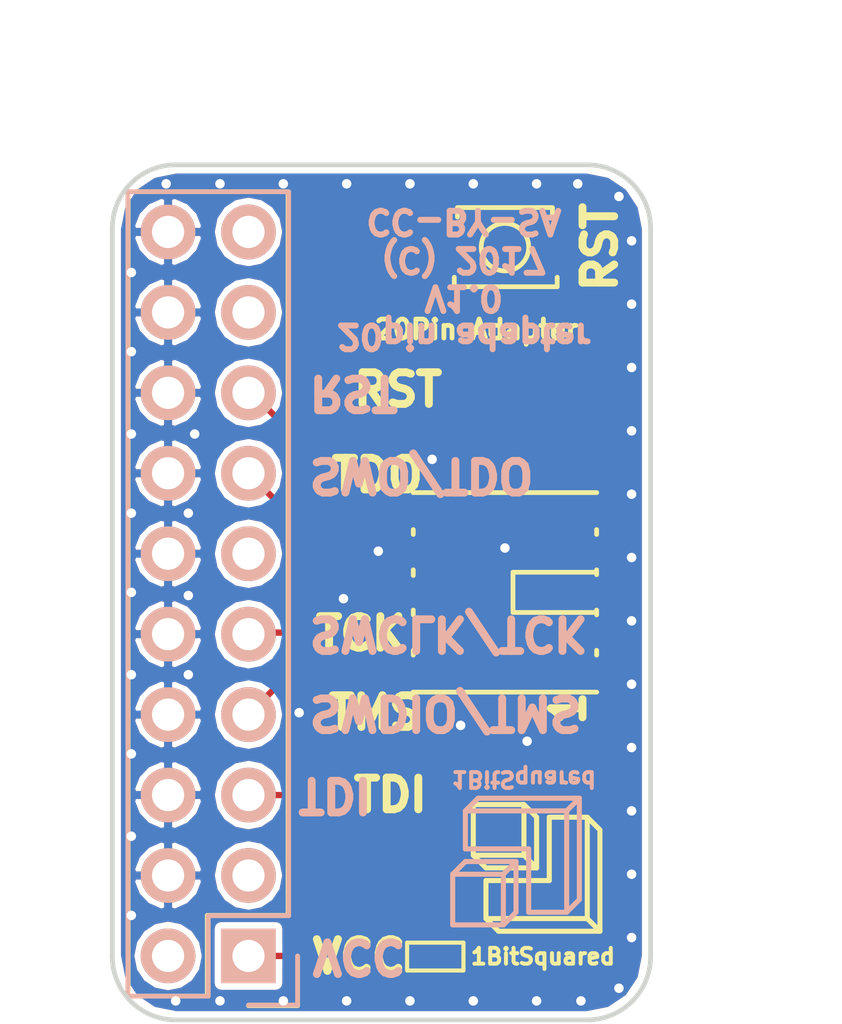
<source format=kicad_pcb>
(kicad_pcb (version 4) (host pcbnew 4.0.7-e2-6376~58~ubuntu16.04.1)

  (general
    (links 71)
    (no_connects 0)
    (area 16.325 15.3 46.870252 47.075001)
    (thickness 1.6)
    (drawings 36)
    (tracks 24)
    (zones 0)
    (modules 56)
    (nets 8)
  )

  (page A4)
  (title_block
    (title "JTAG 10 to 20 pin adapter half SMD")
    (rev V1.0)
    (company 1BitSquared)
    (comment 1 "(C) 2017")
    (comment 2 "CC-BY-SA V4.0")
  )

  (layers
    (0 F.Cu signal)
    (31 B.Cu signal)
    (32 B.Adhes user)
    (33 F.Adhes user)
    (34 B.Paste user)
    (35 F.Paste user)
    (36 B.SilkS user)
    (37 F.SilkS user)
    (38 B.Mask user)
    (39 F.Mask user)
    (40 Dwgs.User user)
    (41 Cmts.User user)
    (42 Eco1.User user)
    (43 Eco2.User user)
    (44 Edge.Cuts user)
    (45 Margin user)
    (46 B.CrtYd user)
    (47 F.CrtYd user)
    (48 B.Fab user)
    (49 F.Fab user hide)
  )

  (setup
    (last_trace_width 0.2)
    (trace_clearance 0.2)
    (zone_clearance 0.2)
    (zone_45_only yes)
    (trace_min 0.2)
    (segment_width 0.15)
    (edge_width 0.15)
    (via_size 0.6)
    (via_drill 0.4)
    (via_min_size 0.4)
    (via_min_drill 0.3)
    (uvia_size 0.3)
    (uvia_drill 0.1)
    (uvias_allowed no)
    (uvia_min_size 0.2)
    (uvia_min_drill 0.1)
    (pcb_text_width 0.3)
    (pcb_text_size 1.5 1.5)
    (mod_edge_width 0.15)
    (mod_text_size 1 1)
    (mod_text_width 0.15)
    (pad_size 0.74 2.8)
    (pad_drill 0)
    (pad_to_mask_clearance 0.07)
    (aux_axis_origin 0 0)
    (visible_elements FFFFFF7F)
    (pcbplotparams
      (layerselection 0x010f0_80000001)
      (usegerberextensions true)
      (excludeedgelayer true)
      (linewidth 0.100000)
      (plotframeref false)
      (viasonmask false)
      (mode 1)
      (useauxorigin false)
      (hpglpennumber 1)
      (hpglpenspeed 20)
      (hpglpendiameter 15)
      (hpglpenoverlay 2)
      (psnegative false)
      (psa4output false)
      (plotreference true)
      (plotvalue true)
      (plotinvisibletext false)
      (padsonsilk false)
      (subtractmaskfromsilk false)
      (outputformat 1)
      (mirror false)
      (drillshape 0)
      (scaleselection 1)
      (outputdirectory 20pin_half_smd_adapter))
  )

  (net 0 "")
  (net 1 GND)
  (net 2 /TMS)
  (net 3 /VCC)
  (net 4 /TCK)
  (net 5 /TDO)
  (net 6 /TDI)
  (net 7 /RST)

  (net_class Default "This is the default net class."
    (clearance 0.2)
    (trace_width 0.2)
    (via_dia 0.6)
    (via_drill 0.4)
    (uvia_dia 0.3)
    (uvia_drill 0.1)
    (add_net /RST)
    (add_net /TCK)
    (add_net /TDI)
    (add_net /TDO)
    (add_net /TMS)
    (add_net /VCC)
    (add_net GND)
  )

  (module pkl_misc:via0305 (layer F.Cu) (tedit 56B2E4FA) (tstamp 59348B6D)
    (at 27.3 33.7)
    (fp_text reference REF** (at 0 0.35) (layer F.SilkS) hide
      (effects (font (size 0.127 0.127) (thickness 0.03175)))
    )
    (fp_text value via0305 (at 0 -0.35) (layer F.Fab) hide
      (effects (font (size 0.127 0.127) (thickness 0.03175)))
    )
    (pad "" thru_hole circle (at 0 0) (size 0.5 0.5) (drill 0.3) (layers *.Cu)
      (net 1 GND) (zone_connect 2))
  )

  (module pkl_misc:via0305 (layer F.Cu) (tedit 56B2E4FA) (tstamp 59348B69)
    (at 28.4 32.2)
    (fp_text reference REF** (at 0 0.35) (layer F.SilkS) hide
      (effects (font (size 0.127 0.127) (thickness 0.03175)))
    )
    (fp_text value via0305 (at 0 -0.35) (layer F.Fab) hide
      (effects (font (size 0.127 0.127) (thickness 0.03175)))
    )
    (pad "" thru_hole circle (at 0 0) (size 0.5 0.5) (drill 0.3) (layers *.Cu)
      (net 1 GND) (zone_connect 2))
  )

  (module pkl_misc:via0305 (layer F.Cu) (tedit 56B2E4FA) (tstamp 59348B63)
    (at 33.1 38.2)
    (fp_text reference REF** (at 0 0.35) (layer F.SilkS) hide
      (effects (font (size 0.127 0.127) (thickness 0.03175)))
    )
    (fp_text value via0305 (at 0 -0.35) (layer F.Fab) hide
      (effects (font (size 0.127 0.127) (thickness 0.03175)))
    )
    (pad "" thru_hole circle (at 0 0) (size 0.5 0.5) (drill 0.3) (layers *.Cu)
      (net 1 GND) (zone_connect 2))
  )

  (module pkl_misc:via0305 (layer F.Cu) (tedit 56B2E4FA) (tstamp 59348B4F)
    (at 34.7 20.6)
    (fp_text reference REF** (at 0 0.35) (layer F.SilkS) hide
      (effects (font (size 0.127 0.127) (thickness 0.03175)))
    )
    (fp_text value via0305 (at 0 -0.35) (layer F.Fab) hide
      (effects (font (size 0.127 0.127) (thickness 0.03175)))
    )
    (pad "" thru_hole circle (at 0 0) (size 0.5 0.5) (drill 0.3) (layers *.Cu)
      (net 1 GND) (zone_connect 2))
  )

  (module pkl_misc:via0305 (layer F.Cu) (tedit 56B2E4FA) (tstamp 59348B4B)
    (at 33.4 20.6)
    (fp_text reference REF** (at 0 0.35) (layer F.SilkS) hide
      (effects (font (size 0.127 0.127) (thickness 0.03175)))
    )
    (fp_text value via0305 (at 0 -0.35) (layer F.Fab) hide
      (effects (font (size 0.127 0.127) (thickness 0.03175)))
    )
    (pad "" thru_hole circle (at 0 0) (size 0.5 0.5) (drill 0.3) (layers *.Cu)
      (net 1 GND) (zone_connect 2))
  )

  (module pkl_misc:via0305 (layer F.Cu) (tedit 56B2E4FA) (tstamp 59348B01)
    (at 34.8 46.4)
    (fp_text reference REF** (at 0 0.35) (layer F.SilkS) hide
      (effects (font (size 0.127 0.127) (thickness 0.03175)))
    )
    (fp_text value via0305 (at 0 -0.35) (layer F.Fab) hide
      (effects (font (size 0.127 0.127) (thickness 0.03175)))
    )
    (pad "" thru_hole circle (at 0 0) (size 0.5 0.5) (drill 0.3) (layers *.Cu)
      (net 1 GND) (zone_connect 2))
  )

  (module pkl_misc:via0305 (layer F.Cu) (tedit 56B2E4FA) (tstamp 59348AFD)
    (at 33.4 46.4)
    (fp_text reference REF** (at 0 0.35) (layer F.SilkS) hide
      (effects (font (size 0.127 0.127) (thickness 0.03175)))
    )
    (fp_text value via0305 (at 0 -0.35) (layer F.Fab) hide
      (effects (font (size 0.127 0.127) (thickness 0.03175)))
    )
    (pad "" thru_hole circle (at 0 0) (size 0.5 0.5) (drill 0.3) (layers *.Cu)
      (net 1 GND) (zone_connect 2))
  )

  (module pkl_buttons_switches:Tact_Switch_Top_B3U-1000P (layer F.Cu) (tedit 593485E0) (tstamp 59348967)
    (at 32.4 22.6 90)
    (path /56C4161E)
    (fp_text reference SW1 (at -2.5 0 360) (layer F.Fab)
      (effects (font (size 1 1) (thickness 0.15)))
    )
    (fp_text value TACT_G (at 2.5 0 360) (layer F.Fab)
      (effects (font (size 1 1) (thickness 0.15)))
    )
    (fp_line (start -1.45 -2.2) (end 1.45 -2.2) (layer F.CrtYd) (width 0.05))
    (fp_line (start -1.45 2.2) (end -1.45 -2.2) (layer F.CrtYd) (width 0.05))
    (fp_line (start 1.45 2.2) (end -1.45 2.2) (layer F.CrtYd) (width 0.05))
    (fp_line (start 1.45 -2.2) (end 1.45 2.2) (layer F.CrtYd) (width 0.05))
    (fp_line (start -1.25 1.65) (end -0.95 1.65) (layer F.SilkS) (width 0.15))
    (fp_line (start -1.25 -1.6) (end -0.95 -1.6) (layer F.SilkS) (width 0.15))
    (fp_line (start 1.25 1.5) (end 0.95 1.5) (layer F.SilkS) (width 0.15))
    (fp_line (start 1.25 -1.5) (end 0.95 -1.5) (layer F.SilkS) (width 0.15))
    (fp_line (start -1.25 -1.6) (end -1.25 1.65) (layer F.SilkS) (width 0.15))
    (fp_line (start 1.25 -1.5) (end 1.25 1.5) (layer F.SilkS) (width 0.15))
    (fp_circle (center 0 0) (end 0 0.75) (layer F.SilkS) (width 0.15))
    (pad 1 smd rect (at 0 -1.7) (size 0.8 1.7) (layers F.Cu F.Paste F.Mask)
      (net 7 /RST) (solder_paste_margin_ratio -0.1))
    (pad 2 smd rect (at 0 1.7) (size 0.8 1.7) (layers F.Cu F.Paste F.Mask)
      (net 1 GND) (solder_paste_margin_ratio -0.1))
  )

  (module pkl_logos:1b2_Logo_SilkS_4mm (layer B.Cu) (tedit 56B2E6B3) (tstamp 56C676FF)
    (at 32.75 42)
    (fp_text reference REF** (at 0 -3) (layer B.Fab) hide
      (effects (font (size 1 1) (thickness 0.15)) (justify mirror))
    )
    (fp_text value 1b2_Logo_SilkS_4mm (at 0 3) (layer B.Fab) hide
      (effects (font (size 1 1) (thickness 0.15)) (justify mirror))
    )
    (fp_line (start -1.2 -2) (end 2 -2) (layer B.SilkS) (width 0.16))
    (fp_line (start -1.6 -1.6) (end -1.2 -2) (layer B.SilkS) (width 0.16))
    (fp_line (start 2 -2) (end 1.6 -1.6) (layer B.SilkS) (width 0.16))
    (fp_line (start 2 1.2) (end 2 -2) (layer B.SilkS) (width 0.16))
    (fp_line (start 1.6 1.6) (end 2 1.2) (layer B.SilkS) (width 0.16))
    (fp_line (start 1.6 -1.6) (end 1.6 1.6) (layer B.SilkS) (width 0.16))
    (fp_line (start -1.6 -1.6) (end 1.6 -1.6) (layer B.SilkS) (width 0.16))
    (fp_line (start -1.6 -0.4) (end -1.6 -1.6) (layer B.SilkS) (width 0.16))
    (fp_line (start 0.4 -0.4) (end -1.6 -0.4) (layer B.SilkS) (width 0.16))
    (fp_line (start 0.4 1.6) (end 0.4 -0.4) (layer B.SilkS) (width 0.16))
    (fp_line (start 1.6 1.6) (end 0.4 1.6) (layer B.SilkS) (width 0.16))
    (fp_line (start -1.6 0) (end 0 0) (layer B.SilkS) (width 0.16))
    (fp_line (start -2 0.4) (end -1.6 0) (layer B.SilkS) (width 0.16))
    (fp_line (start 0 0) (end -0.4 0.4) (layer B.SilkS) (width 0.16))
    (fp_line (start 0 1.6) (end 0 0) (layer B.SilkS) (width 0.16))
    (fp_line (start -0.4 2) (end 0 1.6) (layer B.SilkS) (width 0.16))
    (fp_line (start -2 0.4) (end -0.4 0.4) (layer B.SilkS) (width 0.16))
    (fp_line (start -2 2) (end -2 0.4) (layer B.SilkS) (width 0.16))
    (fp_line (start -0.4 2) (end -2 2) (layer B.SilkS) (width 0.16))
    (fp_line (start -0.4 0.4) (end -0.4 2) (layer B.SilkS) (width 0.16))
  )

  (module pkl_misc:via0305 (layer F.Cu) (tedit 56B2E4FA) (tstamp 56B54ED4)
    (at 30.1 29.3)
    (fp_text reference REF** (at 0 0.35) (layer F.SilkS) hide
      (effects (font (size 0.127 0.127) (thickness 0.03175)))
    )
    (fp_text value via0305 (at 0 -0.35) (layer F.Fab) hide
      (effects (font (size 0.127 0.127) (thickness 0.03175)))
    )
    (pad "" thru_hole circle (at 0 0) (size 0.5 0.5) (drill 0.3) (layers *.Cu)
      (net 1 GND) (zone_connect 2))
  )

  (module pkl_misc:via0305 (layer F.Cu) (tedit 56B2E4FA) (tstamp 56B54ED0)
    (at 32.4 32.1)
    (fp_text reference REF** (at 0 0.35) (layer F.SilkS) hide
      (effects (font (size 0.127 0.127) (thickness 0.03175)))
    )
    (fp_text value via0305 (at 0 -0.35) (layer F.Fab) hide
      (effects (font (size 0.127 0.127) (thickness 0.03175)))
    )
    (pad "" thru_hole circle (at 0 0) (size 0.5 0.5) (drill 0.3) (layers *.Cu)
      (net 1 GND) (zone_connect 2))
  )

  (module pkl_misc:via0305 (layer F.Cu) (tedit 56B2E4FA) (tstamp 56B54ECC)
    (at 22.6 28.5)
    (fp_text reference REF** (at 0 0.35) (layer F.SilkS) hide
      (effects (font (size 0.127 0.127) (thickness 0.03175)))
    )
    (fp_text value via0305 (at 0 -0.35) (layer F.Fab) hide
      (effects (font (size 0.127 0.127) (thickness 0.03175)))
    )
    (pad "" thru_hole circle (at 0 0) (size 0.5 0.5) (drill 0.3) (layers *.Cu)
      (net 1 GND) (zone_connect 2))
  )

  (module pkl_misc:via0305 (layer F.Cu) (tedit 56B2E4FA) (tstamp 56B54EC8)
    (at 22.4 31)
    (fp_text reference REF** (at 0 0.35) (layer F.SilkS) hide
      (effects (font (size 0.127 0.127) (thickness 0.03175)))
    )
    (fp_text value via0305 (at 0 -0.35) (layer F.Fab) hide
      (effects (font (size 0.127 0.127) (thickness 0.03175)))
    )
    (pad "" thru_hole circle (at 0 0) (size 0.5 0.5) (drill 0.3) (layers *.Cu)
      (net 1 GND) (zone_connect 2))
  )

  (module pkl_misc:via0305 (layer F.Cu) (tedit 56B2E4FA) (tstamp 56B54EC4)
    (at 22.4 33.6)
    (fp_text reference REF** (at 0 0.35) (layer F.SilkS) hide
      (effects (font (size 0.127 0.127) (thickness 0.03175)))
    )
    (fp_text value via0305 (at 0 -0.35) (layer F.Fab) hide
      (effects (font (size 0.127 0.127) (thickness 0.03175)))
    )
    (pad "" thru_hole circle (at 0 0) (size 0.5 0.5) (drill 0.3) (layers *.Cu)
      (net 1 GND) (zone_connect 2))
  )

  (module pkl_misc:via0305 (layer F.Cu) (tedit 56B2E4FA) (tstamp 56B54EC0)
    (at 22.4 36.1)
    (fp_text reference REF** (at 0 0.35) (layer F.SilkS) hide
      (effects (font (size 0.127 0.127) (thickness 0.03175)))
    )
    (fp_text value via0305 (at 0 -0.35) (layer F.Fab) hide
      (effects (font (size 0.127 0.127) (thickness 0.03175)))
    )
    (pad "" thru_hole circle (at 0 0) (size 0.5 0.5) (drill 0.3) (layers *.Cu)
      (net 1 GND) (zone_connect 2))
  )

  (module pkl_misc:via0305 (layer F.Cu) (tedit 56B2E4FA) (tstamp 56B54EB8)
    (at 25.9 37.3)
    (fp_text reference REF** (at 0 0.35) (layer F.SilkS) hide
      (effects (font (size 0.127 0.127) (thickness 0.03175)))
    )
    (fp_text value via0305 (at 0 -0.35) (layer F.Fab) hide
      (effects (font (size 0.127 0.127) (thickness 0.03175)))
    )
    (pad "" thru_hole circle (at 0 0) (size 0.5 0.5) (drill 0.3) (layers *.Cu)
      (net 1 GND) (zone_connect 2))
  )

  (module pkl_misc:via0305 (layer F.Cu) (tedit 56B2E4FA) (tstamp 56B54EB4)
    (at 31 37.7)
    (fp_text reference REF** (at 0 0.35) (layer F.SilkS) hide
      (effects (font (size 0.127 0.127) (thickness 0.03175)))
    )
    (fp_text value via0305 (at 0 -0.35) (layer F.Fab) hide
      (effects (font (size 0.127 0.127) (thickness 0.03175)))
    )
    (pad "" thru_hole circle (at 0 0) (size 0.5 0.5) (drill 0.3) (layers *.Cu)
      (net 1 GND) (zone_connect 2))
  )

  (module pkl_misc:via0305 (layer F.Cu) (tedit 56B2E4FA) (tstamp 56B54EAC)
    (at 23.4 46.4)
    (fp_text reference REF** (at 0 0.35) (layer F.SilkS) hide
      (effects (font (size 0.127 0.127) (thickness 0.03175)))
    )
    (fp_text value via0305 (at 0 -0.35) (layer F.Fab) hide
      (effects (font (size 0.127 0.127) (thickness 0.03175)))
    )
    (pad "" thru_hole circle (at 0 0) (size 0.5 0.5) (drill 0.3) (layers *.Cu)
      (net 1 GND) (zone_connect 2))
  )

  (module pkl_misc:via0305 (layer F.Cu) (tedit 56B2E4FA) (tstamp 56B54EA8)
    (at 25.4 46.4)
    (fp_text reference REF** (at 0 0.35) (layer F.SilkS) hide
      (effects (font (size 0.127 0.127) (thickness 0.03175)))
    )
    (fp_text value via0305 (at 0 -0.35) (layer F.Fab) hide
      (effects (font (size 0.127 0.127) (thickness 0.03175)))
    )
    (pad "" thru_hole circle (at 0 0) (size 0.5 0.5) (drill 0.3) (layers *.Cu)
      (net 1 GND) (zone_connect 2))
  )

  (module pkl_misc:via0305 (layer F.Cu) (tedit 56B2E4FA) (tstamp 56B54EA4)
    (at 27.4 46.4)
    (fp_text reference REF** (at 0 0.35) (layer F.SilkS) hide
      (effects (font (size 0.127 0.127) (thickness 0.03175)))
    )
    (fp_text value via0305 (at 0 -0.35) (layer F.Fab) hide
      (effects (font (size 0.127 0.127) (thickness 0.03175)))
    )
    (pad "" thru_hole circle (at 0 0) (size 0.5 0.5) (drill 0.3) (layers *.Cu)
      (net 1 GND) (zone_connect 2))
  )

  (module pkl_misc:via0305 (layer F.Cu) (tedit 56B2E4FA) (tstamp 56B54EA0)
    (at 29.4 46.4)
    (fp_text reference REF** (at 0 0.35) (layer F.SilkS) hide
      (effects (font (size 0.127 0.127) (thickness 0.03175)))
    )
    (fp_text value via0305 (at 0 -0.35) (layer F.Fab) hide
      (effects (font (size 0.127 0.127) (thickness 0.03175)))
    )
    (pad "" thru_hole circle (at 0 0) (size 0.5 0.5) (drill 0.3) (layers *.Cu)
      (net 1 GND) (zone_connect 2))
  )

  (module pkl_misc:via0305 (layer F.Cu) (tedit 56B2E4FA) (tstamp 56B54E9C)
    (at 31.4 46.4)
    (fp_text reference REF** (at 0 0.35) (layer F.SilkS) hide
      (effects (font (size 0.127 0.127) (thickness 0.03175)))
    )
    (fp_text value via0305 (at 0 -0.35) (layer F.Fab) hide
      (effects (font (size 0.127 0.127) (thickness 0.03175)))
    )
    (pad "" thru_hole circle (at 0 0) (size 0.5 0.5) (drill 0.3) (layers *.Cu)
      (net 1 GND) (zone_connect 2))
  )

  (module pkl_misc:via0305 (layer F.Cu) (tedit 56B2E4FA) (tstamp 56B54E98)
    (at 22 46.4)
    (fp_text reference REF** (at 0 0.35) (layer F.SilkS) hide
      (effects (font (size 0.127 0.127) (thickness 0.03175)))
    )
    (fp_text value via0305 (at 0 -0.35) (layer F.Fab) hide
      (effects (font (size 0.127 0.127) (thickness 0.03175)))
    )
    (pad "" thru_hole circle (at 0 0) (size 0.5 0.5) (drill 0.3) (layers *.Cu)
      (net 1 GND) (zone_connect 2))
  )

  (module pkl_misc:via0305 (layer F.Cu) (tedit 56B2E4FA) (tstamp 56B54E94)
    (at 20.6 43.7)
    (fp_text reference REF** (at 0 0.35) (layer F.SilkS) hide
      (effects (font (size 0.127 0.127) (thickness 0.03175)))
    )
    (fp_text value via0305 (at 0 -0.35) (layer F.Fab) hide
      (effects (font (size 0.127 0.127) (thickness 0.03175)))
    )
    (pad "" thru_hole circle (at 0 0) (size 0.5 0.5) (drill 0.3) (layers *.Cu)
      (net 1 GND) (zone_connect 2))
  )

  (module pkl_misc:via0305 (layer F.Cu) (tedit 56B2E4FA) (tstamp 56B54E90)
    (at 20.6 41.2)
    (fp_text reference REF** (at 0 0.35) (layer F.SilkS) hide
      (effects (font (size 0.127 0.127) (thickness 0.03175)))
    )
    (fp_text value via0305 (at 0 -0.35) (layer F.Fab) hide
      (effects (font (size 0.127 0.127) (thickness 0.03175)))
    )
    (pad "" thru_hole circle (at 0 0) (size 0.5 0.5) (drill 0.3) (layers *.Cu)
      (net 1 GND) (zone_connect 2))
  )

  (module pkl_misc:via0305 (layer F.Cu) (tedit 56B2E4FA) (tstamp 56B54E8C)
    (at 20.6 38.6)
    (fp_text reference REF** (at 0 0.35) (layer F.SilkS) hide
      (effects (font (size 0.127 0.127) (thickness 0.03175)))
    )
    (fp_text value via0305 (at 0 -0.35) (layer F.Fab) hide
      (effects (font (size 0.127 0.127) (thickness 0.03175)))
    )
    (pad "" thru_hole circle (at 0 0) (size 0.5 0.5) (drill 0.3) (layers *.Cu)
      (net 1 GND) (zone_connect 2))
  )

  (module pkl_misc:via0305 (layer F.Cu) (tedit 56B2E4FA) (tstamp 56B54E88)
    (at 20.6 36.1)
    (fp_text reference REF** (at 0 0.35) (layer F.SilkS) hide
      (effects (font (size 0.127 0.127) (thickness 0.03175)))
    )
    (fp_text value via0305 (at 0 -0.35) (layer F.Fab) hide
      (effects (font (size 0.127 0.127) (thickness 0.03175)))
    )
    (pad "" thru_hole circle (at 0 0) (size 0.5 0.5) (drill 0.3) (layers *.Cu)
      (net 1 GND) (zone_connect 2))
  )

  (module pkl_misc:via0305 (layer F.Cu) (tedit 56B2E4FA) (tstamp 56B54E84)
    (at 20.6 33.5)
    (fp_text reference REF** (at 0 0.35) (layer F.SilkS) hide
      (effects (font (size 0.127 0.127) (thickness 0.03175)))
    )
    (fp_text value via0305 (at 0 -0.35) (layer F.Fab) hide
      (effects (font (size 0.127 0.127) (thickness 0.03175)))
    )
    (pad "" thru_hole circle (at 0 0) (size 0.5 0.5) (drill 0.3) (layers *.Cu)
      (net 1 GND) (zone_connect 2))
  )

  (module pkl_misc:via0305 (layer F.Cu) (tedit 56B2E4FA) (tstamp 56B54E80)
    (at 20.6 31)
    (fp_text reference REF** (at 0 0.35) (layer F.SilkS) hide
      (effects (font (size 0.127 0.127) (thickness 0.03175)))
    )
    (fp_text value via0305 (at 0 -0.35) (layer F.Fab) hide
      (effects (font (size 0.127 0.127) (thickness 0.03175)))
    )
    (pad "" thru_hole circle (at 0 0) (size 0.5 0.5) (drill 0.3) (layers *.Cu)
      (net 1 GND) (zone_connect 2))
  )

  (module pkl_misc:via0305 (layer F.Cu) (tedit 56B2E4FA) (tstamp 56B54E7C)
    (at 20.6 28.5)
    (fp_text reference REF** (at 0 0.35) (layer F.SilkS) hide
      (effects (font (size 0.127 0.127) (thickness 0.03175)))
    )
    (fp_text value via0305 (at 0 -0.35) (layer F.Fab) hide
      (effects (font (size 0.127 0.127) (thickness 0.03175)))
    )
    (pad "" thru_hole circle (at 0 0) (size 0.5 0.5) (drill 0.3) (layers *.Cu)
      (net 1 GND) (zone_connect 2))
  )

  (module pkl_misc:via0305 (layer F.Cu) (tedit 56B2E4FA) (tstamp 56B54E78)
    (at 20.6 25.9)
    (fp_text reference REF** (at 0 0.35) (layer F.SilkS) hide
      (effects (font (size 0.127 0.127) (thickness 0.03175)))
    )
    (fp_text value via0305 (at 0 -0.35) (layer F.Fab) hide
      (effects (font (size 0.127 0.127) (thickness 0.03175)))
    )
    (pad "" thru_hole circle (at 0 0) (size 0.5 0.5) (drill 0.3) (layers *.Cu)
      (net 1 GND) (zone_connect 2))
  )

  (module pkl_misc:via0305 (layer F.Cu) (tedit 56B2E4FA) (tstamp 56B54E74)
    (at 20.6 23.4)
    (fp_text reference REF** (at 0 0.35) (layer F.SilkS) hide
      (effects (font (size 0.127 0.127) (thickness 0.03175)))
    )
    (fp_text value via0305 (at 0 -0.35) (layer F.Fab) hide
      (effects (font (size 0.127 0.127) (thickness 0.03175)))
    )
    (pad "" thru_hole circle (at 0 0) (size 0.5 0.5) (drill 0.3) (layers *.Cu)
      (net 1 GND) (zone_connect 2))
  )

  (module pkl_misc:via0305 (layer F.Cu) (tedit 56B2E4FA) (tstamp 56B54E70)
    (at 21.7 20.6)
    (fp_text reference REF** (at 0 0.35) (layer F.SilkS) hide
      (effects (font (size 0.127 0.127) (thickness 0.03175)))
    )
    (fp_text value via0305 (at 0 -0.35) (layer F.Fab) hide
      (effects (font (size 0.127 0.127) (thickness 0.03175)))
    )
    (pad "" thru_hole circle (at 0 0) (size 0.5 0.5) (drill 0.3) (layers *.Cu)
      (net 1 GND) (zone_connect 2))
  )

  (module pkl_misc:via0305 (layer F.Cu) (tedit 56B2E4FA) (tstamp 56B54E68)
    (at 23.4 20.6)
    (fp_text reference REF** (at 0 0.35) (layer F.SilkS) hide
      (effects (font (size 0.127 0.127) (thickness 0.03175)))
    )
    (fp_text value via0305 (at 0 -0.35) (layer F.Fab) hide
      (effects (font (size 0.127 0.127) (thickness 0.03175)))
    )
    (pad "" thru_hole circle (at 0 0) (size 0.5 0.5) (drill 0.3) (layers *.Cu)
      (net 1 GND) (zone_connect 2))
  )

  (module pkl_misc:via0305 (layer F.Cu) (tedit 56B2E4FA) (tstamp 56B54E64)
    (at 25.4 20.6)
    (fp_text reference REF** (at 0 0.35) (layer F.SilkS) hide
      (effects (font (size 0.127 0.127) (thickness 0.03175)))
    )
    (fp_text value via0305 (at 0 -0.35) (layer F.Fab) hide
      (effects (font (size 0.127 0.127) (thickness 0.03175)))
    )
    (pad "" thru_hole circle (at 0 0) (size 0.5 0.5) (drill 0.3) (layers *.Cu)
      (net 1 GND) (zone_connect 2))
  )

  (module pkl_misc:via0305 (layer F.Cu) (tedit 56B2E4FA) (tstamp 56B54E60)
    (at 27.4 20.6)
    (fp_text reference REF** (at 0 0.35) (layer F.SilkS) hide
      (effects (font (size 0.127 0.127) (thickness 0.03175)))
    )
    (fp_text value via0305 (at 0 -0.35) (layer F.Fab) hide
      (effects (font (size 0.127 0.127) (thickness 0.03175)))
    )
    (pad "" thru_hole circle (at 0 0) (size 0.5 0.5) (drill 0.3) (layers *.Cu)
      (net 1 GND) (zone_connect 2))
  )

  (module pkl_misc:via0305 (layer F.Cu) (tedit 56B2E4FA) (tstamp 56B54E5C)
    (at 29.4 20.6)
    (fp_text reference REF** (at 0 0.35) (layer F.SilkS) hide
      (effects (font (size 0.127 0.127) (thickness 0.03175)))
    )
    (fp_text value via0305 (at 0 -0.35) (layer F.Fab) hide
      (effects (font (size 0.127 0.127) (thickness 0.03175)))
    )
    (pad "" thru_hole circle (at 0 0) (size 0.5 0.5) (drill 0.3) (layers *.Cu)
      (net 1 GND) (zone_connect 2))
  )

  (module pkl_misc:via0305 (layer F.Cu) (tedit 56B2E4FA) (tstamp 56B54E54)
    (at 31.4 20.6)
    (fp_text reference REF** (at 0 0.35) (layer F.SilkS) hide
      (effects (font (size 0.127 0.127) (thickness 0.03175)))
    )
    (fp_text value via0305 (at 0 -0.35) (layer F.Fab) hide
      (effects (font (size 0.127 0.127) (thickness 0.03175)))
    )
    (pad "" thru_hole circle (at 0 0) (size 0.5 0.5) (drill 0.3) (layers *.Cu)
      (net 1 GND) (zone_connect 2))
  )

  (module pkl_misc:via0305 (layer F.Cu) (tedit 56B2E4FA) (tstamp 56B54E50)
    (at 36 21)
    (fp_text reference REF** (at 0 0.35) (layer F.SilkS) hide
      (effects (font (size 0.127 0.127) (thickness 0.03175)))
    )
    (fp_text value via0305 (at 0 -0.35) (layer F.Fab) hide
      (effects (font (size 0.127 0.127) (thickness 0.03175)))
    )
    (pad "" thru_hole circle (at 0 0) (size 0.5 0.5) (drill 0.3) (layers *.Cu)
      (net 1 GND) (zone_connect 2))
  )

  (module pkl_misc:via0305 (layer F.Cu) (tedit 56B2E4FA) (tstamp 56B54E4C)
    (at 36.4 22.4)
    (fp_text reference REF** (at 0 0.35) (layer F.SilkS) hide
      (effects (font (size 0.127 0.127) (thickness 0.03175)))
    )
    (fp_text value via0305 (at 0 -0.35) (layer F.Fab) hide
      (effects (font (size 0.127 0.127) (thickness 0.03175)))
    )
    (pad "" thru_hole circle (at 0 0) (size 0.5 0.5) (drill 0.3) (layers *.Cu)
      (net 1 GND) (zone_connect 2))
  )

  (module pkl_misc:via0305 (layer F.Cu) (tedit 56B2E4FA) (tstamp 56B54E48)
    (at 36.4 24.4)
    (fp_text reference REF** (at 0 0.35) (layer F.SilkS) hide
      (effects (font (size 0.127 0.127) (thickness 0.03175)))
    )
    (fp_text value via0305 (at 0 -0.35) (layer F.Fab) hide
      (effects (font (size 0.127 0.127) (thickness 0.03175)))
    )
    (pad "" thru_hole circle (at 0 0) (size 0.5 0.5) (drill 0.3) (layers *.Cu)
      (net 1 GND) (zone_connect 2))
  )

  (module pkl_misc:via0305 (layer F.Cu) (tedit 56B2E4FA) (tstamp 56B54E44)
    (at 36.4 26.4)
    (fp_text reference REF** (at 0 0.35) (layer F.SilkS) hide
      (effects (font (size 0.127 0.127) (thickness 0.03175)))
    )
    (fp_text value via0305 (at 0 -0.35) (layer F.Fab) hide
      (effects (font (size 0.127 0.127) (thickness 0.03175)))
    )
    (pad "" thru_hole circle (at 0 0) (size 0.5 0.5) (drill 0.3) (layers *.Cu)
      (net 1 GND) (zone_connect 2))
  )

  (module pkl_misc:via0305 (layer F.Cu) (tedit 56B2E4FA) (tstamp 56B54E40)
    (at 36.4 28.4)
    (fp_text reference REF** (at 0 0.35) (layer F.SilkS) hide
      (effects (font (size 0.127 0.127) (thickness 0.03175)))
    )
    (fp_text value via0305 (at 0 -0.35) (layer F.Fab) hide
      (effects (font (size 0.127 0.127) (thickness 0.03175)))
    )
    (pad "" thru_hole circle (at 0 0) (size 0.5 0.5) (drill 0.3) (layers *.Cu)
      (net 1 GND) (zone_connect 2))
  )

  (module pkl_misc:via0305 (layer F.Cu) (tedit 56B2E4FA) (tstamp 56B54E3C)
    (at 36.4 30.4)
    (fp_text reference REF** (at 0 0.35) (layer F.SilkS) hide
      (effects (font (size 0.127 0.127) (thickness 0.03175)))
    )
    (fp_text value via0305 (at 0 -0.35) (layer F.Fab) hide
      (effects (font (size 0.127 0.127) (thickness 0.03175)))
    )
    (pad "" thru_hole circle (at 0 0) (size 0.5 0.5) (drill 0.3) (layers *.Cu)
      (net 1 GND) (zone_connect 2))
  )

  (module pkl_misc:via0305 (layer F.Cu) (tedit 56B2E4FA) (tstamp 56B54E38)
    (at 36.4 32.4)
    (fp_text reference REF** (at 0 0.35) (layer F.SilkS) hide
      (effects (font (size 0.127 0.127) (thickness 0.03175)))
    )
    (fp_text value via0305 (at 0 -0.35) (layer F.Fab) hide
      (effects (font (size 0.127 0.127) (thickness 0.03175)))
    )
    (pad "" thru_hole circle (at 0 0) (size 0.5 0.5) (drill 0.3) (layers *.Cu)
      (net 1 GND) (zone_connect 2))
  )

  (module pkl_misc:via0305 (layer F.Cu) (tedit 56B2E4FA) (tstamp 56B54E34)
    (at 36.4 34.4)
    (fp_text reference REF** (at 0 0.35) (layer F.SilkS) hide
      (effects (font (size 0.127 0.127) (thickness 0.03175)))
    )
    (fp_text value via0305 (at 0 -0.35) (layer F.Fab) hide
      (effects (font (size 0.127 0.127) (thickness 0.03175)))
    )
    (pad "" thru_hole circle (at 0 0) (size 0.5 0.5) (drill 0.3) (layers *.Cu)
      (net 1 GND) (zone_connect 2))
  )

  (module pkl_misc:via0305 (layer F.Cu) (tedit 56B2E4FA) (tstamp 56B54E30)
    (at 36.4 36.4)
    (fp_text reference REF** (at 0 0.35) (layer F.SilkS) hide
      (effects (font (size 0.127 0.127) (thickness 0.03175)))
    )
    (fp_text value via0305 (at 0 -0.35) (layer F.Fab) hide
      (effects (font (size 0.127 0.127) (thickness 0.03175)))
    )
    (pad "" thru_hole circle (at 0 0) (size 0.5 0.5) (drill 0.3) (layers *.Cu)
      (net 1 GND) (zone_connect 2))
  )

  (module pkl_misc:via0305 (layer F.Cu) (tedit 56B2E4FA) (tstamp 56B54E2C)
    (at 36.4 38.4)
    (fp_text reference REF** (at 0 0.35) (layer F.SilkS) hide
      (effects (font (size 0.127 0.127) (thickness 0.03175)))
    )
    (fp_text value via0305 (at 0 -0.35) (layer F.Fab) hide
      (effects (font (size 0.127 0.127) (thickness 0.03175)))
    )
    (pad "" thru_hole circle (at 0 0) (size 0.5 0.5) (drill 0.3) (layers *.Cu)
      (net 1 GND) (zone_connect 2))
  )

  (module pkl_misc:via0305 (layer F.Cu) (tedit 56B2E4FA) (tstamp 56B54E24)
    (at 36.4 40.4)
    (fp_text reference REF** (at 0 0.35) (layer F.SilkS) hide
      (effects (font (size 0.127 0.127) (thickness 0.03175)))
    )
    (fp_text value via0305 (at 0 -0.35) (layer F.Fab) hide
      (effects (font (size 0.127 0.127) (thickness 0.03175)))
    )
    (pad "" thru_hole circle (at 0 0) (size 0.5 0.5) (drill 0.3) (layers *.Cu)
      (net 1 GND) (zone_connect 2))
  )

  (module pkl_misc:via0305 (layer F.Cu) (tedit 56B2E4FA) (tstamp 56B54E1C)
    (at 36.4 42.4)
    (fp_text reference REF** (at 0 0.35) (layer F.SilkS) hide
      (effects (font (size 0.127 0.127) (thickness 0.03175)))
    )
    (fp_text value via0305 (at 0 -0.35) (layer F.Fab) hide
      (effects (font (size 0.127 0.127) (thickness 0.03175)))
    )
    (pad "" thru_hole circle (at 0 0) (size 0.5 0.5) (drill 0.3) (layers *.Cu)
      (net 1 GND) (zone_connect 2))
  )

  (module pkl_misc:via0305 (layer F.Cu) (tedit 56B2E4FA) (tstamp 56B54E14)
    (at 36.4 44.4)
    (fp_text reference REF** (at 0 0.35) (layer F.SilkS) hide
      (effects (font (size 0.127 0.127) (thickness 0.03175)))
    )
    (fp_text value via0305 (at 0 -0.35) (layer F.Fab) hide
      (effects (font (size 0.127 0.127) (thickness 0.03175)))
    )
    (pad "" thru_hole circle (at 0 0) (size 0.5 0.5) (drill 0.3) (layers *.Cu)
      (net 1 GND) (zone_connect 2))
  )

  (module Socket_Strips:Socket_Strip_Straight_2x10 (layer B.Cu) (tedit 56B2E492) (tstamp 56B5174C)
    (at 24.3 44.98 90)
    (descr "Through hole socket strip")
    (tags "socket strip")
    (path /56B39F62)
    (fp_text reference X2 (at 11.38 -7 90) (layer B.Fab)
      (effects (font (size 1 1) (thickness 0.15)) (justify mirror))
    )
    (fp_text value JTAG-20 (at 11.48 -5.2 90) (layer B.Fab)
      (effects (font (size 1 1) (thickness 0.15)) (justify mirror))
    )
    (fp_line (start -1.75 1.75) (end -1.75 -4.3) (layer B.CrtYd) (width 0.05))
    (fp_line (start 24.65 1.75) (end 24.65 -4.3) (layer B.CrtYd) (width 0.05))
    (fp_line (start -1.75 1.75) (end 24.65 1.75) (layer B.CrtYd) (width 0.05))
    (fp_line (start -1.75 -4.3) (end 24.65 -4.3) (layer B.CrtYd) (width 0.05))
    (fp_line (start 24.13 -3.81) (end -1.27 -3.81) (layer B.SilkS) (width 0.15))
    (fp_line (start 1.27 1.27) (end 24.13 1.27) (layer B.SilkS) (width 0.15))
    (fp_line (start 24.13 -3.81) (end 24.13 1.27) (layer B.SilkS) (width 0.15))
    (fp_line (start -1.27 -3.81) (end -1.27 -1.27) (layer B.SilkS) (width 0.15))
    (fp_line (start 0 1.55) (end -1.55 1.55) (layer B.SilkS) (width 0.15))
    (fp_line (start -1.27 -1.27) (end 1.27 -1.27) (layer B.SilkS) (width 0.15))
    (fp_line (start 1.27 -1.27) (end 1.27 1.27) (layer B.SilkS) (width 0.15))
    (fp_line (start -1.55 1.55) (end -1.55 0) (layer B.SilkS) (width 0.15))
    (pad 1 thru_hole rect (at 0 0 90) (size 1.7272 1.7272) (drill 1.016) (layers *.Cu *.Mask B.SilkS)
      (net 3 /VCC))
    (pad 2 thru_hole oval (at 0 -2.54 90) (size 1.7272 1.7272) (drill 1.016) (layers *.Cu *.Mask B.SilkS))
    (pad 3 thru_hole oval (at 2.54 0 90) (size 1.7272 1.7272) (drill 1.016) (layers *.Cu *.Mask B.SilkS))
    (pad 4 thru_hole oval (at 2.54 -2.54 90) (size 1.7272 1.7272) (drill 1.016) (layers *.Cu *.Mask B.SilkS)
      (net 1 GND))
    (pad 5 thru_hole oval (at 5.08 0 90) (size 1.7272 1.7272) (drill 1.016) (layers *.Cu *.Mask B.SilkS)
      (net 6 /TDI))
    (pad 6 thru_hole oval (at 5.08 -2.54 90) (size 1.7272 1.7272) (drill 1.016) (layers *.Cu *.Mask B.SilkS)
      (net 1 GND))
    (pad 7 thru_hole oval (at 7.62 0 90) (size 1.7272 1.7272) (drill 1.016) (layers *.Cu *.Mask B.SilkS)
      (net 2 /TMS))
    (pad 8 thru_hole oval (at 7.62 -2.54 90) (size 1.7272 1.7272) (drill 1.016) (layers *.Cu *.Mask B.SilkS)
      (net 1 GND))
    (pad 9 thru_hole oval (at 10.16 0 90) (size 1.7272 1.7272) (drill 1.016) (layers *.Cu *.Mask B.SilkS)
      (net 4 /TCK))
    (pad 10 thru_hole oval (at 10.16 -2.54 90) (size 1.7272 1.7272) (drill 1.016) (layers *.Cu *.Mask B.SilkS)
      (net 1 GND))
    (pad 11 thru_hole oval (at 12.7 0 90) (size 1.7272 1.7272) (drill 1.016) (layers *.Cu *.Mask B.SilkS))
    (pad 12 thru_hole oval (at 12.7 -2.54 90) (size 1.7272 1.7272) (drill 1.016) (layers *.Cu *.Mask B.SilkS)
      (net 1 GND))
    (pad 13 thru_hole oval (at 15.24 0 90) (size 1.7272 1.7272) (drill 1.016) (layers *.Cu *.Mask B.SilkS)
      (net 5 /TDO))
    (pad 14 thru_hole oval (at 15.24 -2.54 90) (size 1.7272 1.7272) (drill 1.016) (layers *.Cu *.Mask B.SilkS)
      (net 1 GND))
    (pad 15 thru_hole oval (at 17.78 0 90) (size 1.7272 1.7272) (drill 1.016) (layers *.Cu *.Mask B.SilkS)
      (net 7 /RST))
    (pad 16 thru_hole oval (at 17.78 -2.54 90) (size 1.7272 1.7272) (drill 1.016) (layers *.Cu *.Mask B.SilkS)
      (net 1 GND))
    (pad 17 thru_hole oval (at 20.32 0 90) (size 1.7272 1.7272) (drill 1.016) (layers *.Cu *.Mask B.SilkS))
    (pad 18 thru_hole oval (at 20.32 -2.54 90) (size 1.7272 1.7272) (drill 1.016) (layers *.Cu *.Mask B.SilkS)
      (net 1 GND))
    (pad 19 thru_hole oval (at 22.86 0 90) (size 1.7272 1.7272) (drill 1.016) (layers *.Cu *.Mask B.SilkS))
    (pad 20 thru_hole oval (at 22.86 -2.54 90) (size 1.7272 1.7272) (drill 1.016) (layers *.Cu *.Mask B.SilkS)
      (net 1 GND))
    (model walter/conn_strip/vasch_strip_10x2.wrl
      (at (xyz 0.45 -0.05 -0.066))
      (scale (xyz 1 1 1))
      (rotate (xyz 180 0 0))
    )
  )

  (module pkl_misc:via0305 (layer F.Cu) (tedit 56B2E4FA) (tstamp 56B54DF8)
    (at 36 46)
    (fp_text reference REF** (at 0 0.35) (layer F.SilkS) hide
      (effects (font (size 0.127 0.127) (thickness 0.03175)))
    )
    (fp_text value via0305 (at 0 -0.35) (layer F.Fab) hide
      (effects (font (size 0.127 0.127) (thickness 0.03175)))
    )
    (pad "" thru_hole circle (at 0 0) (size 0.5 0.5) (drill 0.3) (layers *.Cu)
      (net 1 GND) (zone_connect 2))
  )

  (module pkl_logos:1b2_Logo_SilkS_4mm (layer F.Cu) (tedit 56B2E6B3) (tstamp 56B5518E)
    (at 33.4 42.2)
    (fp_text reference REF** (at 0 3) (layer F.Fab) hide
      (effects (font (size 1 1) (thickness 0.15)))
    )
    (fp_text value 1b2_Logo_SilkS_4mm (at 0 -3) (layer F.Fab) hide
      (effects (font (size 1 1) (thickness 0.15)))
    )
    (fp_line (start -1.2 2) (end 2 2) (layer F.SilkS) (width 0.16))
    (fp_line (start -1.6 1.6) (end -1.2 2) (layer F.SilkS) (width 0.16))
    (fp_line (start 2 2) (end 1.6 1.6) (layer F.SilkS) (width 0.16))
    (fp_line (start 2 -1.2) (end 2 2) (layer F.SilkS) (width 0.16))
    (fp_line (start 1.6 -1.6) (end 2 -1.2) (layer F.SilkS) (width 0.16))
    (fp_line (start 1.6 1.6) (end 1.6 -1.6) (layer F.SilkS) (width 0.16))
    (fp_line (start -1.6 1.6) (end 1.6 1.6) (layer F.SilkS) (width 0.16))
    (fp_line (start -1.6 0.4) (end -1.6 1.6) (layer F.SilkS) (width 0.16))
    (fp_line (start 0.4 0.4) (end -1.6 0.4) (layer F.SilkS) (width 0.16))
    (fp_line (start 0.4 -1.6) (end 0.4 0.4) (layer F.SilkS) (width 0.16))
    (fp_line (start 1.6 -1.6) (end 0.4 -1.6) (layer F.SilkS) (width 0.16))
    (fp_line (start -1.6 0) (end 0 0) (layer F.SilkS) (width 0.16))
    (fp_line (start -2 -0.4) (end -1.6 0) (layer F.SilkS) (width 0.16))
    (fp_line (start 0 0) (end -0.4 -0.4) (layer F.SilkS) (width 0.16))
    (fp_line (start 0 -1.6) (end 0 0) (layer F.SilkS) (width 0.16))
    (fp_line (start -0.4 -2) (end 0 -1.6) (layer F.SilkS) (width 0.16))
    (fp_line (start -2 -0.4) (end -0.4 -0.4) (layer F.SilkS) (width 0.16))
    (fp_line (start -2 -2) (end -2 -0.4) (layer F.SilkS) (width 0.16))
    (fp_line (start -0.4 -2) (end -2 -2) (layer F.SilkS) (width 0.16))
    (fp_line (start -0.4 -0.4) (end -0.4 -2) (layer F.SilkS) (width 0.16))
  )

  (module pkl_jumpers:J_0402 (layer F.Cu) (tedit 56C3D03F) (tstamp 56C4475D)
    (at 30.2 45 180)
    (descr "Jumper SMD 0402, reflow soldering")
    (tags "jumper 0402")
    (path /56C38629)
    (solder_mask_margin 0.075)
    (attr smd)
    (fp_text reference J1 (at 0 -1.1 180) (layer F.Fab)
      (effects (font (size 0.635 0.635) (thickness 0.1)))
    )
    (fp_text value Jumper (at 0 1.2 180) (layer F.Fab)
      (effects (font (size 0.635 0.635) (thickness 0.1)))
    )
    (fp_line (start -0.89 -0.44) (end -0.89 0.44) (layer F.SilkS) (width 0.13))
    (fp_line (start 0.89 -0.44) (end 0.89 0.44) (layer F.SilkS) (width 0.13))
    (fp_line (start -0.95 -0.5) (end 0.95 -0.5) (layer F.CrtYd) (width 0.05))
    (fp_line (start -0.95 0.5) (end 0.95 0.5) (layer F.CrtYd) (width 0.05))
    (fp_line (start -0.95 -0.5) (end -0.95 0.5) (layer F.CrtYd) (width 0.05))
    (fp_line (start 0.95 -0.5) (end 0.95 0.5) (layer F.CrtYd) (width 0.05))
    (fp_line (start -0.89 -0.44) (end 0.89 -0.44) (layer F.SilkS) (width 0.13))
    (fp_line (start 0.89 0.44) (end -0.89 0.44) (layer F.SilkS) (width 0.13))
    (pad 1 smd rect (at -0.425 0 180) (size 0.65 0.6) (layers F.Cu F.Mask)
      (net 3 /VCC))
    (pad 2 smd rect (at 0.425 0 180) (size 0.65 0.6) (layers F.Cu F.Mask)
      (net 3 /VCC))
  )

  (module pkl_samtec:FTSH-105-XX-X-DV (layer F.Cu) (tedit 5A30FC2F) (tstamp 59348986)
    (at 32.4 33.5 270)
    (path /56B39A9A)
    (fp_text reference X1 (at 0 4.5 270) (layer F.Fab)
      (effects (font (size 1 1) (thickness 0.15)))
    )
    (fp_text value JTAG-10 (at 0 -4.5 270) (layer F.Fab)
      (effects (font (size 1 1) (thickness 0.15)))
    )
    (fp_line (start -3.3 -3.05) (end 3.3 -3.05) (layer F.CrtYd) (width 0.05))
    (fp_line (start -3.3 3.05) (end -3.3 -3.05) (layer F.CrtYd) (width 0.05))
    (fp_line (start 3.3 3.05) (end -3.3 3.05) (layer F.CrtYd) (width 0.05))
    (fp_line (start 3.3 -3.05) (end 3.3 3.05) (layer F.CrtYd) (width 0.05))
    (fp_line (start -0.635 -0.254) (end -0.635 -2.794) (layer F.SilkS) (width 0.15))
    (fp_line (start 0.635 -0.254) (end -0.635 -0.254) (layer F.SilkS) (width 0.15))
    (fp_line (start 0.635 -2.794) (end 0.635 -0.254) (layer F.SilkS) (width 0.15))
    (fp_line (start 1.8288 2.8956) (end 1.9812 2.8956) (layer F.SilkS) (width 0.15))
    (fp_line (start 0.5588 2.8956) (end 0.7112 2.8956) (layer F.SilkS) (width 0.15))
    (fp_line (start -0.7112 2.8956) (end -0.5334 2.8956) (layer F.SilkS) (width 0.15))
    (fp_line (start -1.9812 2.8956) (end -1.8288 2.8956) (layer F.SilkS) (width 0.15))
    (fp_line (start -1.8288 -2.8956) (end -1.9812 -2.8956) (layer F.SilkS) (width 0.15))
    (fp_line (start -0.5588 -2.8956) (end -0.7112 -2.8956) (layer F.SilkS) (width 0.15))
    (fp_line (start 0.7112 -2.8956) (end 0.5588 -2.8956) (layer F.SilkS) (width 0.15))
    (fp_line (start 1.9812 -2.8956) (end 1.8288 -2.8956) (layer F.SilkS) (width 0.15))
    (fp_line (start 3.15 2.9) (end 3.15 -2.9) (layer F.SilkS) (width 0.15))
    (fp_line (start -3.15 2.9) (end -3.15 -2.9) (layer F.SilkS) (width 0.15))
    (pad 1 smd oval (at 2.54 -2 90) (size 0.74 2.8) (layers F.Cu F.Paste F.Mask)
      (net 3 /VCC))
    (pad 2 smd rect (at 2.54 2 90) (size 0.74 2.8) (layers F.Cu F.Paste F.Mask)
      (net 2 /TMS))
    (pad 3 smd rect (at 1.27 -2 90) (size 0.74 2.8) (layers F.Cu F.Paste F.Mask)
      (net 1 GND))
    (pad 4 smd rect (at 1.27 2 90) (size 0.74 2.8) (layers F.Cu F.Paste F.Mask)
      (net 4 /TCK))
    (pad 5 smd rect (at 0 -2 90) (size 0.74 2.8) (layers F.Cu F.Paste F.Mask)
      (net 1 GND))
    (pad 6 smd rect (at 0 2 90) (size 0.74 2.8) (layers F.Cu F.Paste F.Mask)
      (net 5 /TDO))
    (pad 7 smd rect (at -1.27 -2 90) (size 0.74 2.8) (layers F.Cu F.Paste F.Mask))
    (pad 8 smd rect (at -1.27 2 90) (size 0.74 2.8) (layers F.Cu F.Paste F.Mask)
      (net 6 /TDI))
    (pad 9 smd rect (at -2.54 -2 90) (size 0.74 2.8) (layers F.Cu F.Paste F.Mask)
      (net 1 GND))
    (pad 10 smd rect (at -2.54 2 90) (size 0.74 2.8) (layers F.Cu F.Paste F.Mask)
      (net 7 /RST))
    (model walter/conn_strip/vasch_strip_5x2.wrl
      (at (xyz 0 0 0))
      (scale (xyz 0.5 0.5 0.5))
      (rotate (xyz 0 0 180))
    )
  )

  (gr_text 1 (at 34.4 37.8 90) (layer F.SilkS) (tstamp 59348BDE)
    (effects (font (size 1 1) (thickness 0.25)) (justify left))
  )
  (gr_text RST (at 35.4 22.6 90) (layer F.SilkS) (tstamp 59348B41)
    (effects (font (size 1 1) (thickness 0.25)))
  )
  (gr_text 1BitSquared (at 33 39.4 180) (layer B.SilkS) (tstamp 56C67717)
    (effects (font (size 0.5 0.5) (thickness 0.125)) (justify mirror))
  )
  (gr_line (start 20.5 46.25) (end 23 46.25) (layer F.SilkS) (width 0.15))
  (gr_line (start 20.5 20.85) (end 20.5 46.25) (layer F.SilkS) (width 0.15))
  (gr_line (start 25.55 20.85) (end 20.5 20.85) (layer F.SilkS) (width 0.15))
  (gr_line (start 25.55 43.7) (end 25.55 20.85) (layer F.SilkS) (width 0.15))
  (gr_line (start 23 43.7) (end 25.55 43.7) (layer F.SilkS) (width 0.15))
  (gr_line (start 23 46.25) (end 23 43.7) (layer F.SilkS) (width 0.15))
  (gr_line (start 25.85 46.55) (end 25.85 45) (layer F.SilkS) (width 0.15))
  (gr_line (start 24.3 46.55) (end 25.85 46.55) (layer F.SilkS) (width 0.15))
  (dimension 27 (width 0.3) (layer Dwgs.User)
    (gr_text "27.000 mm" (at 40.370252 33.5 270) (layer Dwgs.User)
      (effects (font (size 1.5 1.5) (thickness 0.3)))
    )
    (feature1 (pts (xy 37.020252 47) (xy 41.720252 47)))
    (feature2 (pts (xy 37.020252 20) (xy 41.720252 20)))
    (crossbar (pts (xy 39.020252 20) (xy 39.020252 47)))
    (arrow1a (pts (xy 39.020252 47) (xy 38.433831 45.873496)))
    (arrow1b (pts (xy 39.020252 47) (xy 39.606673 45.873496)))
    (arrow2a (pts (xy 39.020252 20) (xy 38.433831 21.126504)))
    (arrow2b (pts (xy 39.020252 20) (xy 39.606673 21.126504)))
  )
  (dimension 17 (width 0.3) (layer Dwgs.User)
    (gr_text "17.000 mm" (at 28.5 16.65) (layer Dwgs.User)
      (effects (font (size 1.5 1.5) (thickness 0.3)))
    )
    (feature1 (pts (xy 37 20) (xy 37 15.3)))
    (feature2 (pts (xy 20 20) (xy 20 15.3)))
    (crossbar (pts (xy 20 18) (xy 37 18)))
    (arrow1a (pts (xy 37 18) (xy 35.873496 18.586421)))
    (arrow1b (pts (xy 37 18) (xy 35.873496 17.413579)))
    (arrow2a (pts (xy 20 18) (xy 21.126504 18.586421)))
    (arrow2b (pts (xy 20 18) (xy 21.126504 17.413579)))
  )
  (gr_arc (start 22 22) (end 20 22) (angle 90) (layer Edge.Cuts) (width 0.15))
  (gr_arc (start 35 22) (end 35 20) (angle 90) (layer Edge.Cuts) (width 0.15))
  (gr_arc (start 35 45) (end 37 45) (angle 90) (layer Edge.Cuts) (width 0.15))
  (gr_arc (start 22 45) (end 22 47) (angle 90) (layer Edge.Cuts) (width 0.15))
  (gr_text "20pin adapter\nV1.0\n(C) 2017\nCC-BY-SA" (at 31.1 23.6 180) (layer B.SilkS) (tstamp 56B55244)
    (effects (font (size 0.75 0.75) (thickness 0.1875)) (justify mirror))
  )
  (gr_text 1BitSquared (at 33.6 45) (layer F.SilkS) (tstamp 56B55204)
    (effects (font (size 0.5 0.5) (thickness 0.125)))
  )
  (gr_text RST (at 26.1 27.2 180) (layer B.SilkS) (tstamp 56B551EC)
    (effects (font (size 1 1) (thickness 0.25)) (justify left mirror))
  )
  (gr_text SWO/TDO (at 26.1 29.8 180) (layer B.SilkS) (tstamp 56B551E9)
    (effects (font (size 1 1) (thickness 0.25)) (justify left mirror))
  )
  (gr_text SWCLK/TCK (at 26.1 34.8 180) (layer B.SilkS) (tstamp 56B551E6)
    (effects (font (size 1 1) (thickness 0.25)) (justify left mirror))
  )
  (gr_text SWDIO/TMS (at 26.1 37.3 180) (layer B.SilkS) (tstamp 56B551E3)
    (effects (font (size 1 1) (thickness 0.25)) (justify left mirror))
  )
  (gr_text TDI (at 25.75 39.9 180) (layer B.SilkS) (tstamp 56B551DF)
    (effects (font (size 1 1) (thickness 0.25)) (justify left mirror))
  )
  (gr_text VCC (at 26.2 45) (layer F.SilkS) (tstamp 56B551D8)
    (effects (font (size 1 1) (thickness 0.25)) (justify left))
  )
  (gr_text "20Pin Adapter" (at 31.5 25.2) (layer F.SilkS)
    (effects (font (size 0.6 0.6) (thickness 0.15)))
  )
  (gr_text VCC (at 26.2 45 180) (layer B.SilkS) (tstamp 56B51ABF)
    (effects (font (size 1 1) (thickness 0.25)) (justify left mirror))
  )
  (gr_text TDI (at 27.5 39.9) (layer F.SilkS) (tstamp 56B51ABD)
    (effects (font (size 1 1) (thickness 0.25)) (justify left))
  )
  (gr_text TMS (at 26.7 37.3) (layer F.SilkS) (tstamp 56B51ABC)
    (effects (font (size 1 1) (thickness 0.25)) (justify left))
  )
  (gr_text TCK (at 26.3 34.8) (layer F.SilkS) (tstamp 56B51ABB)
    (effects (font (size 1 1) (thickness 0.25)) (justify left))
  )
  (gr_text TDO (at 26.8 29.8) (layer F.SilkS) (tstamp 56B51ABA)
    (effects (font (size 1 1) (thickness 0.25)) (justify left))
  )
  (gr_text RST (at 27.5 27.1) (layer F.SilkS)
    (effects (font (size 1 1) (thickness 0.25)) (justify left))
  )
  (gr_line (start 20 45) (end 20 22) (layer Edge.Cuts) (width 0.15))
  (gr_line (start 35 47) (end 22 47) (layer Edge.Cuts) (width 0.15))
  (gr_line (start 37 22) (end 37 45) (layer Edge.Cuts) (width 0.15))
  (gr_line (start 22 20) (end 35 20) (layer Edge.Cuts) (width 0.15))

  (segment (start 30.765 36.04) (end 25.62 36.04) (width 0.2) (layer F.Cu) (net 2))
  (segment (start 25.62 36.04) (end 24.3 37.36) (width 0.2) (layer F.Cu) (net 2))
  (segment (start 30.625 45) (end 31.15 45) (width 0.2) (layer F.Cu) (net 3))
  (segment (start 31.15 45) (end 34.4 41.75) (width 0.2) (layer F.Cu) (net 3))
  (segment (start 34.4 41.75) (end 34.4 36.61) (width 0.2) (layer F.Cu) (net 3))
  (segment (start 34.4 36.61) (end 34.4 36.04) (width 0.2) (layer F.Cu) (net 3))
  (segment (start 29.775 45) (end 30.625 45) (width 0.2) (layer F.Cu) (net 3))
  (segment (start 24.3 44.98) (end 29.755 44.98) (width 0.2) (layer F.Cu) (net 3))
  (segment (start 29.755 44.98) (end 29.775 45) (width 0.2) (layer F.Cu) (net 3))
  (segment (start 30.765 34.77) (end 24.35 34.77) (width 0.2) (layer F.Cu) (net 4))
  (segment (start 24.35 34.77) (end 24.3 34.82) (width 0.2) (layer F.Cu) (net 4))
  (segment (start 24.3 29.74) (end 28.06 33.5) (width 0.2) (layer F.Cu) (net 5))
  (segment (start 28.06 33.5) (end 30.4 33.5) (width 0.2) (layer F.Cu) (net 5))
  (segment (start 30.4 32.23) (end 31.43 32.23) (width 0.2) (layer F.Cu) (net 6))
  (segment (start 31.43 32.23) (end 32.4 33.2) (width 0.2) (layer F.Cu) (net 6))
  (segment (start 32.4 33.2) (end 32.4 37.014002) (width 0.2) (layer F.Cu) (net 6))
  (segment (start 32.4 37.014002) (end 29.514002 39.9) (width 0.2) (layer F.Cu) (net 6))
  (segment (start 29.514002 39.9) (end 25.521314 39.9) (width 0.2) (layer F.Cu) (net 6))
  (segment (start 25.521314 39.9) (end 24.3 39.9) (width 0.2) (layer F.Cu) (net 6))
  (segment (start 30.4 30.96) (end 30.7 30.66) (width 0.2) (layer F.Cu) (net 7))
  (segment (start 30.7 30.66) (end 30.7 22.6) (width 0.2) (layer F.Cu) (net 7))
  (segment (start 30.765 30.96) (end 28.16 30.96) (width 0.2) (layer F.Cu) (net 7))
  (segment (start 24.4 27.2) (end 24.3 27.2) (width 0.2) (layer F.Cu) (net 7))
  (segment (start 28.16 30.96) (end 24.4 27.2) (width 0.2) (layer F.Cu) (net 7))

  (zone (net 1) (net_name GND) (layer F.Cu) (tstamp 0) (hatch edge 0.508)
    (connect_pads (clearance 0.2))
    (min_thickness 0.2)
    (fill yes (arc_segments 16) (thermal_gap 0.2) (thermal_bridge_width 0.25))
    (polygon
      (pts
        (xy 20 20) (xy 37 20) (xy 37 47) (xy 20 47)
      )
    )
    (filled_polygon
      (pts
        (xy 35.619048 20.505483) (xy 36.143854 20.856146) (xy 36.494517 21.38095) (xy 36.625 22.036936) (xy 36.625 44.963064)
        (xy 36.494517 45.61905) (xy 36.143854 46.143854) (xy 35.619048 46.494517) (xy 34.963068 46.625) (xy 22.036936 46.625)
        (xy 21.38095 46.494517) (xy 20.856146 46.143854) (xy 20.505483 45.619048) (xy 20.375 44.963068) (xy 20.375 44.957204)
        (xy 20.5964 44.957204) (xy 20.5964 45.002796) (xy 20.684974 45.448086) (xy 20.937211 45.825585) (xy 21.31471 46.077822)
        (xy 21.76 46.166396) (xy 22.20529 46.077822) (xy 22.582789 45.825585) (xy 22.835026 45.448086) (xy 22.9236 45.002796)
        (xy 22.9236 44.957204) (xy 22.835026 44.511914) (xy 22.582789 44.134415) (xy 22.555828 44.1164) (xy 23.130523 44.1164)
        (xy 23.130523 45.8436) (xy 23.151442 45.954773) (xy 23.217145 46.056879) (xy 23.317397 46.125378) (xy 23.4364 46.149477)
        (xy 25.1636 46.149477) (xy 25.274773 46.128558) (xy 25.376879 46.062855) (xy 25.445378 45.962603) (xy 25.469477 45.8436)
        (xy 25.469477 45.38) (xy 29.159176 45.38) (xy 29.165042 45.411173) (xy 29.230745 45.513279) (xy 29.330997 45.581778)
        (xy 29.45 45.605877) (xy 30.1 45.605877) (xy 30.203671 45.58637) (xy 30.3 45.605877) (xy 30.95 45.605877)
        (xy 31.061173 45.584958) (xy 31.163279 45.519255) (xy 31.231778 45.419003) (xy 31.23922 45.382253) (xy 31.303074 45.369552)
        (xy 31.432843 45.282843) (xy 34.682843 42.032843) (xy 34.769552 41.903074) (xy 34.8 41.75) (xy 34.8 36.715877)
        (xy 35.8 36.715877) (xy 35.911173 36.694958) (xy 36.013279 36.629255) (xy 36.081778 36.529003) (xy 36.105877 36.41)
        (xy 36.105877 35.67) (xy 36.084958 35.558827) (xy 36.019255 35.456721) (xy 35.94379 35.405158) (xy 35.969936 35.394328)
        (xy 36.054328 35.309937) (xy 36.1 35.199674) (xy 36.1 34.87) (xy 36.025 34.795) (xy 34.425 34.795)
        (xy 34.425 34.815) (xy 34.375 34.815) (xy 34.375 34.795) (xy 34.355 34.795) (xy 34.355 34.745)
        (xy 34.375 34.745) (xy 34.375 34.175) (xy 34.335 34.135) (xy 34.375 34.095) (xy 34.375 33.525)
        (xy 34.425 33.525) (xy 34.425 34.095) (xy 34.465 34.135) (xy 34.425 34.175) (xy 34.425 34.745)
        (xy 36.025 34.745) (xy 36.1 34.67) (xy 36.1 34.340326) (xy 36.054328 34.230063) (xy 35.969936 34.145672)
        (xy 35.944171 34.135) (xy 35.969936 34.124328) (xy 36.054328 34.039937) (xy 36.1 33.929674) (xy 36.1 33.6)
        (xy 36.025 33.525) (xy 34.425 33.525) (xy 34.375 33.525) (xy 34.355 33.525) (xy 34.355 33.475)
        (xy 34.375 33.475) (xy 34.375 33.455) (xy 34.425 33.455) (xy 34.425 33.475) (xy 36.025 33.475)
        (xy 36.1 33.4) (xy 36.1 33.070326) (xy 36.054328 32.960063) (xy 35.969936 32.875672) (xy 35.942965 32.8645)
        (xy 36.013279 32.819255) (xy 36.081778 32.719003) (xy 36.105877 32.6) (xy 36.105877 31.86) (xy 36.084958 31.748827)
        (xy 36.019255 31.646721) (xy 35.94379 31.595158) (xy 35.969936 31.584328) (xy 36.054328 31.499937) (xy 36.1 31.389674)
        (xy 36.1 31.06) (xy 36.025 30.985) (xy 34.425 30.985) (xy 34.425 31.005) (xy 34.375 31.005)
        (xy 34.375 30.985) (xy 32.775 30.985) (xy 32.7 31.06) (xy 32.7 31.389674) (xy 32.745672 31.499937)
        (xy 32.830064 31.584328) (xy 32.857035 31.5955) (xy 32.786721 31.640745) (xy 32.718222 31.740997) (xy 32.694123 31.86)
        (xy 32.694123 32.6) (xy 32.715042 32.711173) (xy 32.780745 32.813279) (xy 32.85621 32.864842) (xy 32.830064 32.875672)
        (xy 32.745672 32.960063) (xy 32.7326 32.991623) (xy 32.682843 32.917157) (xy 32.105877 32.340191) (xy 32.105877 31.86)
        (xy 32.084958 31.748827) (xy 32.019255 31.646721) (xy 31.942894 31.594546) (xy 32.013279 31.549255) (xy 32.081778 31.449003)
        (xy 32.105877 31.33) (xy 32.105877 30.59) (xy 32.094649 30.530326) (xy 32.7 30.530326) (xy 32.7 30.86)
        (xy 32.775 30.935) (xy 34.375 30.935) (xy 34.375 30.365) (xy 34.425 30.365) (xy 34.425 30.935)
        (xy 36.025 30.935) (xy 36.1 30.86) (xy 36.1 30.530326) (xy 36.054328 30.420063) (xy 35.969936 30.335672)
        (xy 35.859673 30.29) (xy 34.5 30.29) (xy 34.425 30.365) (xy 34.375 30.365) (xy 34.3 30.29)
        (xy 32.940327 30.29) (xy 32.830064 30.335672) (xy 32.745672 30.420063) (xy 32.7 30.530326) (xy 32.094649 30.530326)
        (xy 32.084958 30.478827) (xy 32.019255 30.376721) (xy 31.919003 30.308222) (xy 31.8 30.284123) (xy 31.1 30.284123)
        (xy 31.1 23.755877) (xy 31.211173 23.734958) (xy 31.313279 23.669255) (xy 31.381778 23.569003) (xy 31.405877 23.45)
        (xy 31.405877 22.7) (xy 33.4 22.7) (xy 33.4 23.509673) (xy 33.445672 23.619936) (xy 33.530063 23.704328)
        (xy 33.640326 23.75) (xy 34 23.75) (xy 34.075 23.675) (xy 34.075 22.625) (xy 34.125 22.625)
        (xy 34.125 23.675) (xy 34.2 23.75) (xy 34.559674 23.75) (xy 34.669937 23.704328) (xy 34.754328 23.619936)
        (xy 34.8 23.509673) (xy 34.8 22.7) (xy 34.725 22.625) (xy 34.125 22.625) (xy 34.075 22.625)
        (xy 33.475 22.625) (xy 33.4 22.7) (xy 31.405877 22.7) (xy 31.405877 21.75) (xy 31.394649 21.690327)
        (xy 33.4 21.690327) (xy 33.4 22.5) (xy 33.475 22.575) (xy 34.075 22.575) (xy 34.075 21.525)
        (xy 34.125 21.525) (xy 34.125 22.575) (xy 34.725 22.575) (xy 34.8 22.5) (xy 34.8 21.690327)
        (xy 34.754328 21.580064) (xy 34.669937 21.495672) (xy 34.559674 21.45) (xy 34.2 21.45) (xy 34.125 21.525)
        (xy 34.075 21.525) (xy 34 21.45) (xy 33.640326 21.45) (xy 33.530063 21.495672) (xy 33.445672 21.580064)
        (xy 33.4 21.690327) (xy 31.394649 21.690327) (xy 31.384958 21.638827) (xy 31.319255 21.536721) (xy 31.219003 21.468222)
        (xy 31.1 21.444123) (xy 30.3 21.444123) (xy 30.188827 21.465042) (xy 30.086721 21.530745) (xy 30.018222 21.630997)
        (xy 29.994123 21.75) (xy 29.994123 23.45) (xy 30.015042 23.561173) (xy 30.080745 23.663279) (xy 30.180997 23.731778)
        (xy 30.3 23.755877) (xy 30.3 30.284123) (xy 29 30.284123) (xy 28.888827 30.305042) (xy 28.786721 30.370745)
        (xy 28.718222 30.470997) (xy 28.700198 30.56) (xy 28.325686 30.56) (xy 25.384773 27.619087) (xy 25.4636 27.222796)
        (xy 25.4636 27.177204) (xy 25.375026 26.731914) (xy 25.122789 26.354415) (xy 24.74529 26.102178) (xy 24.3 26.013604)
        (xy 23.85471 26.102178) (xy 23.477211 26.354415) (xy 23.224974 26.731914) (xy 23.1364 27.177204) (xy 23.1364 27.222796)
        (xy 23.224974 27.668086) (xy 23.477211 28.045585) (xy 23.85471 28.297822) (xy 24.3 28.386396) (xy 24.74529 28.297822)
        (xy 24.857296 28.222982) (xy 27.877157 31.242843) (xy 28.006926 31.329552) (xy 28.16 31.36) (xy 28.699768 31.36)
        (xy 28.715042 31.441173) (xy 28.780745 31.543279) (xy 28.857106 31.595454) (xy 28.786721 31.640745) (xy 28.718222 31.740997)
        (xy 28.694123 31.86) (xy 28.694123 32.6) (xy 28.715042 32.711173) (xy 28.780745 32.813279) (xy 28.857106 32.865454)
        (xy 28.786721 32.910745) (xy 28.718222 33.010997) (xy 28.700198 33.1) (xy 28.225686 33.1) (xy 25.358502 30.232816)
        (xy 25.375026 30.208086) (xy 25.4636 29.762796) (xy 25.4636 29.717204) (xy 25.375026 29.271914) (xy 25.122789 28.894415)
        (xy 24.74529 28.642178) (xy 24.3 28.553604) (xy 23.85471 28.642178) (xy 23.477211 28.894415) (xy 23.224974 29.271914)
        (xy 23.1364 29.717204) (xy 23.1364 29.762796) (xy 23.224974 30.208086) (xy 23.477211 30.585585) (xy 23.85471 30.837822)
        (xy 24.3 30.926396) (xy 24.74529 30.837822) (xy 24.79735 30.803036) (xy 27.777157 33.782843) (xy 27.906926 33.869552)
        (xy 28.06 33.9) (xy 28.699768 33.9) (xy 28.715042 33.981173) (xy 28.780745 34.083279) (xy 28.857106 34.135454)
        (xy 28.786721 34.180745) (xy 28.718222 34.280997) (xy 28.700198 34.37) (xy 25.378624 34.37) (xy 25.375026 34.351914)
        (xy 25.122789 33.974415) (xy 24.74529 33.722178) (xy 24.3 33.633604) (xy 23.85471 33.722178) (xy 23.477211 33.974415)
        (xy 23.224974 34.351914) (xy 23.1364 34.797204) (xy 23.1364 34.842796) (xy 23.224974 35.288086) (xy 23.477211 35.665585)
        (xy 23.85471 35.917822) (xy 24.2 35.986505) (xy 24.2 36.193495) (xy 23.85471 36.262178) (xy 23.477211 36.514415)
        (xy 23.224974 36.891914) (xy 23.1364 37.337204) (xy 23.1364 37.382796) (xy 23.224974 37.828086) (xy 23.477211 38.205585)
        (xy 23.85471 38.457822) (xy 24.3 38.546396) (xy 24.74529 38.457822) (xy 25.122789 38.205585) (xy 25.375026 37.828086)
        (xy 25.4636 37.382796) (xy 25.4636 37.337204) (xy 25.375026 36.891914) (xy 25.358502 36.867184) (xy 25.785686 36.44)
        (xy 28.699768 36.44) (xy 28.715042 36.521173) (xy 28.780745 36.623279) (xy 28.880997 36.691778) (xy 29 36.715877)
        (xy 31.8 36.715877) (xy 31.911173 36.694958) (xy 32 36.6378) (xy 32 36.848317) (xy 29.348316 39.5)
        (xy 25.388569 39.5) (xy 25.375026 39.431914) (xy 25.122789 39.054415) (xy 24.74529 38.802178) (xy 24.3 38.713604)
        (xy 23.85471 38.802178) (xy 23.477211 39.054415) (xy 23.224974 39.431914) (xy 23.1364 39.877204) (xy 23.1364 39.922796)
        (xy 23.224974 40.368086) (xy 23.477211 40.745585) (xy 23.85471 40.997822) (xy 24.3 41.086396) (xy 24.74529 40.997822)
        (xy 25.122789 40.745585) (xy 25.375026 40.368086) (xy 25.388569 40.3) (xy 29.514002 40.3) (xy 29.667076 40.269552)
        (xy 29.796845 40.182843) (xy 32.68284 37.296847) (xy 32.682843 37.296845) (xy 32.769552 37.167075) (xy 32.787438 37.077157)
        (xy 32.800001 37.014002) (xy 32.8 37.013997) (xy 32.8 36.636435) (xy 32.880997 36.691778) (xy 33 36.715877)
        (xy 34 36.715877) (xy 34 41.584314) (xy 31.126682 44.457632) (xy 31.069003 44.418222) (xy 30.95 44.394123)
        (xy 30.3 44.394123) (xy 30.196329 44.41363) (xy 30.1 44.394123) (xy 29.45 44.394123) (xy 29.338827 44.415042)
        (xy 29.236721 44.480745) (xy 29.168903 44.58) (xy 25.469477 44.58) (xy 25.469477 44.1164) (xy 25.448558 44.005227)
        (xy 25.382855 43.903121) (xy 25.282603 43.834622) (xy 25.1636 43.810523) (xy 23.4364 43.810523) (xy 23.325227 43.831442)
        (xy 23.223121 43.897145) (xy 23.154622 43.997397) (xy 23.130523 44.1164) (xy 22.555828 44.1164) (xy 22.20529 43.882178)
        (xy 21.76 43.793604) (xy 21.31471 43.882178) (xy 20.937211 44.134415) (xy 20.684974 44.511914) (xy 20.5964 44.957204)
        (xy 20.375 44.957204) (xy 20.375 42.646678) (xy 20.614899 42.646678) (xy 20.781157 43.069157) (xy 21.096435 43.395852)
        (xy 21.512735 43.577027) (xy 21.553323 43.585098) (xy 21.735 43.528313) (xy 21.735 42.465) (xy 21.785 42.465)
        (xy 21.785 43.528313) (xy 21.966677 43.585098) (xy 22.007265 43.577027) (xy 22.423565 43.395852) (xy 22.738843 43.069157)
        (xy 22.905101 42.646678) (xy 22.848334 42.465) (xy 21.785 42.465) (xy 21.735 42.465) (xy 20.671666 42.465)
        (xy 20.614899 42.646678) (xy 20.375 42.646678) (xy 20.375 42.417204) (xy 23.1364 42.417204) (xy 23.1364 42.462796)
        (xy 23.224974 42.908086) (xy 23.477211 43.285585) (xy 23.85471 43.537822) (xy 24.3 43.626396) (xy 24.74529 43.537822)
        (xy 25.122789 43.285585) (xy 25.375026 42.908086) (xy 25.4636 42.462796) (xy 25.4636 42.417204) (xy 25.375026 41.971914)
        (xy 25.122789 41.594415) (xy 24.74529 41.342178) (xy 24.3 41.253604) (xy 23.85471 41.342178) (xy 23.477211 41.594415)
        (xy 23.224974 41.971914) (xy 23.1364 42.417204) (xy 20.375 42.417204) (xy 20.375 42.233322) (xy 20.614899 42.233322)
        (xy 20.671666 42.415) (xy 21.735 42.415) (xy 21.735 41.351687) (xy 21.785 41.351687) (xy 21.785 42.415)
        (xy 22.848334 42.415) (xy 22.905101 42.233322) (xy 22.738843 41.810843) (xy 22.423565 41.484148) (xy 22.007265 41.302973)
        (xy 21.966677 41.294902) (xy 21.785 41.351687) (xy 21.735 41.351687) (xy 21.553323 41.294902) (xy 21.512735 41.302973)
        (xy 21.096435 41.484148) (xy 20.781157 41.810843) (xy 20.614899 42.233322) (xy 20.375 42.233322) (xy 20.375 40.106678)
        (xy 20.614899 40.106678) (xy 20.781157 40.529157) (xy 21.096435 40.855852) (xy 21.512735 41.037027) (xy 21.553323 41.045098)
        (xy 21.735 40.988313) (xy 21.735 39.925) (xy 21.785 39.925) (xy 21.785 40.988313) (xy 21.966677 41.045098)
        (xy 22.007265 41.037027) (xy 22.423565 40.855852) (xy 22.738843 40.529157) (xy 22.905101 40.106678) (xy 22.848334 39.925)
        (xy 21.785 39.925) (xy 21.735 39.925) (xy 20.671666 39.925) (xy 20.614899 40.106678) (xy 20.375 40.106678)
        (xy 20.375 39.693322) (xy 20.614899 39.693322) (xy 20.671666 39.875) (xy 21.735 39.875) (xy 21.735 38.811687)
        (xy 21.785 38.811687) (xy 21.785 39.875) (xy 22.848334 39.875) (xy 22.905101 39.693322) (xy 22.738843 39.270843)
        (xy 22.423565 38.944148) (xy 22.007265 38.762973) (xy 21.966677 38.754902) (xy 21.785 38.811687) (xy 21.735 38.811687)
        (xy 21.553323 38.754902) (xy 21.512735 38.762973) (xy 21.096435 38.944148) (xy 20.781157 39.270843) (xy 20.614899 39.693322)
        (xy 20.375 39.693322) (xy 20.375 37.566678) (xy 20.614899 37.566678) (xy 20.781157 37.989157) (xy 21.096435 38.315852)
        (xy 21.512735 38.497027) (xy 21.553323 38.505098) (xy 21.735 38.448313) (xy 21.735 37.385) (xy 21.785 37.385)
        (xy 21.785 38.448313) (xy 21.966677 38.505098) (xy 22.007265 38.497027) (xy 22.423565 38.315852) (xy 22.738843 37.989157)
        (xy 22.905101 37.566678) (xy 22.848334 37.385) (xy 21.785 37.385) (xy 21.735 37.385) (xy 20.671666 37.385)
        (xy 20.614899 37.566678) (xy 20.375 37.566678) (xy 20.375 37.153322) (xy 20.614899 37.153322) (xy 20.671666 37.335)
        (xy 21.735 37.335) (xy 21.735 36.271687) (xy 21.785 36.271687) (xy 21.785 37.335) (xy 22.848334 37.335)
        (xy 22.905101 37.153322) (xy 22.738843 36.730843) (xy 22.423565 36.404148) (xy 22.007265 36.222973) (xy 21.966677 36.214902)
        (xy 21.785 36.271687) (xy 21.735 36.271687) (xy 21.553323 36.214902) (xy 21.512735 36.222973) (xy 21.096435 36.404148)
        (xy 20.781157 36.730843) (xy 20.614899 37.153322) (xy 20.375 37.153322) (xy 20.375 35.026678) (xy 20.614899 35.026678)
        (xy 20.781157 35.449157) (xy 21.096435 35.775852) (xy 21.512735 35.957027) (xy 21.553323 35.965098) (xy 21.735 35.908313)
        (xy 21.735 34.845) (xy 21.785 34.845) (xy 21.785 35.908313) (xy 21.966677 35.965098) (xy 22.007265 35.957027)
        (xy 22.423565 35.775852) (xy 22.738843 35.449157) (xy 22.905101 35.026678) (xy 22.848334 34.845) (xy 21.785 34.845)
        (xy 21.735 34.845) (xy 20.671666 34.845) (xy 20.614899 35.026678) (xy 20.375 35.026678) (xy 20.375 34.613322)
        (xy 20.614899 34.613322) (xy 20.671666 34.795) (xy 21.735 34.795) (xy 21.735 33.731687) (xy 21.785 33.731687)
        (xy 21.785 34.795) (xy 22.848334 34.795) (xy 22.905101 34.613322) (xy 22.738843 34.190843) (xy 22.423565 33.864148)
        (xy 22.007265 33.682973) (xy 21.966677 33.674902) (xy 21.785 33.731687) (xy 21.735 33.731687) (xy 21.553323 33.674902)
        (xy 21.512735 33.682973) (xy 21.096435 33.864148) (xy 20.781157 34.190843) (xy 20.614899 34.613322) (xy 20.375 34.613322)
        (xy 20.375 32.486678) (xy 20.614899 32.486678) (xy 20.781157 32.909157) (xy 21.096435 33.235852) (xy 21.512735 33.417027)
        (xy 21.553323 33.425098) (xy 21.735 33.368313) (xy 21.735 32.305) (xy 21.785 32.305) (xy 21.785 33.368313)
        (xy 21.966677 33.425098) (xy 22.007265 33.417027) (xy 22.423565 33.235852) (xy 22.738843 32.909157) (xy 22.905101 32.486678)
        (xy 22.848334 32.305) (xy 21.785 32.305) (xy 21.735 32.305) (xy 20.671666 32.305) (xy 20.614899 32.486678)
        (xy 20.375 32.486678) (xy 20.375 32.257204) (xy 23.1364 32.257204) (xy 23.1364 32.302796) (xy 23.224974 32.748086)
        (xy 23.477211 33.125585) (xy 23.85471 33.377822) (xy 24.3 33.466396) (xy 24.74529 33.377822) (xy 25.122789 33.125585)
        (xy 25.375026 32.748086) (xy 25.4636 32.302796) (xy 25.4636 32.257204) (xy 25.375026 31.811914) (xy 25.122789 31.434415)
        (xy 24.74529 31.182178) (xy 24.3 31.093604) (xy 23.85471 31.182178) (xy 23.477211 31.434415) (xy 23.224974 31.811914)
        (xy 23.1364 32.257204) (xy 20.375 32.257204) (xy 20.375 32.073322) (xy 20.614899 32.073322) (xy 20.671666 32.255)
        (xy 21.735 32.255) (xy 21.735 31.191687) (xy 21.785 31.191687) (xy 21.785 32.255) (xy 22.848334 32.255)
        (xy 22.905101 32.073322) (xy 22.738843 31.650843) (xy 22.423565 31.324148) (xy 22.007265 31.142973) (xy 21.966677 31.134902)
        (xy 21.785 31.191687) (xy 21.735 31.191687) (xy 21.553323 31.134902) (xy 21.512735 31.142973) (xy 21.096435 31.324148)
        (xy 20.781157 31.650843) (xy 20.614899 32.073322) (xy 20.375 32.073322) (xy 20.375 29.946678) (xy 20.614899 29.946678)
        (xy 20.781157 30.369157) (xy 21.096435 30.695852) (xy 21.512735 30.877027) (xy 21.553323 30.885098) (xy 21.735 30.828313)
        (xy 21.735 29.765) (xy 21.785 29.765) (xy 21.785 30.828313) (xy 21.966677 30.885098) (xy 22.007265 30.877027)
        (xy 22.423565 30.695852) (xy 22.738843 30.369157) (xy 22.905101 29.946678) (xy 22.848334 29.765) (xy 21.785 29.765)
        (xy 21.735 29.765) (xy 20.671666 29.765) (xy 20.614899 29.946678) (xy 20.375 29.946678) (xy 20.375 29.533322)
        (xy 20.614899 29.533322) (xy 20.671666 29.715) (xy 21.735 29.715) (xy 21.735 28.651687) (xy 21.785 28.651687)
        (xy 21.785 29.715) (xy 22.848334 29.715) (xy 22.905101 29.533322) (xy 22.738843 29.110843) (xy 22.423565 28.784148)
        (xy 22.007265 28.602973) (xy 21.966677 28.594902) (xy 21.785 28.651687) (xy 21.735 28.651687) (xy 21.553323 28.594902)
        (xy 21.512735 28.602973) (xy 21.096435 28.784148) (xy 20.781157 29.110843) (xy 20.614899 29.533322) (xy 20.375 29.533322)
        (xy 20.375 27.406678) (xy 20.614899 27.406678) (xy 20.781157 27.829157) (xy 21.096435 28.155852) (xy 21.512735 28.337027)
        (xy 21.553323 28.345098) (xy 21.735 28.288313) (xy 21.735 27.225) (xy 21.785 27.225) (xy 21.785 28.288313)
        (xy 21.966677 28.345098) (xy 22.007265 28.337027) (xy 22.423565 28.155852) (xy 22.738843 27.829157) (xy 22.905101 27.406678)
        (xy 22.848334 27.225) (xy 21.785 27.225) (xy 21.735 27.225) (xy 20.671666 27.225) (xy 20.614899 27.406678)
        (xy 20.375 27.406678) (xy 20.375 26.993322) (xy 20.614899 26.993322) (xy 20.671666 27.175) (xy 21.735 27.175)
        (xy 21.735 26.111687) (xy 21.785 26.111687) (xy 21.785 27.175) (xy 22.848334 27.175) (xy 22.905101 26.993322)
        (xy 22.738843 26.570843) (xy 22.423565 26.244148) (xy 22.007265 26.062973) (xy 21.966677 26.054902) (xy 21.785 26.111687)
        (xy 21.735 26.111687) (xy 21.553323 26.054902) (xy 21.512735 26.062973) (xy 21.096435 26.244148) (xy 20.781157 26.570843)
        (xy 20.614899 26.993322) (xy 20.375 26.993322) (xy 20.375 24.866678) (xy 20.614899 24.866678) (xy 20.781157 25.289157)
        (xy 21.096435 25.615852) (xy 21.512735 25.797027) (xy 21.553323 25.805098) (xy 21.735 25.748313) (xy 21.735 24.685)
        (xy 21.785 24.685) (xy 21.785 25.748313) (xy 21.966677 25.805098) (xy 22.007265 25.797027) (xy 22.423565 25.615852)
        (xy 22.738843 25.289157) (xy 22.905101 24.866678) (xy 22.848334 24.685) (xy 21.785 24.685) (xy 21.735 24.685)
        (xy 20.671666 24.685) (xy 20.614899 24.866678) (xy 20.375 24.866678) (xy 20.375 24.637204) (xy 23.1364 24.637204)
        (xy 23.1364 24.682796) (xy 23.224974 25.128086) (xy 23.477211 25.505585) (xy 23.85471 25.757822) (xy 24.3 25.846396)
        (xy 24.74529 25.757822) (xy 25.122789 25.505585) (xy 25.375026 25.128086) (xy 25.4636 24.682796) (xy 25.4636 24.637204)
        (xy 25.375026 24.191914) (xy 25.122789 23.814415) (xy 24.74529 23.562178) (xy 24.3 23.473604) (xy 23.85471 23.562178)
        (xy 23.477211 23.814415) (xy 23.224974 24.191914) (xy 23.1364 24.637204) (xy 20.375 24.637204) (xy 20.375 24.453322)
        (xy 20.614899 24.453322) (xy 20.671666 24.635) (xy 21.735 24.635) (xy 21.735 23.571687) (xy 21.785 23.571687)
        (xy 21.785 24.635) (xy 22.848334 24.635) (xy 22.905101 24.453322) (xy 22.738843 24.030843) (xy 22.423565 23.704148)
        (xy 22.007265 23.522973) (xy 21.966677 23.514902) (xy 21.785 23.571687) (xy 21.735 23.571687) (xy 21.553323 23.514902)
        (xy 21.512735 23.522973) (xy 21.096435 23.704148) (xy 20.781157 24.030843) (xy 20.614899 24.453322) (xy 20.375 24.453322)
        (xy 20.375 22.326678) (xy 20.614899 22.326678) (xy 20.781157 22.749157) (xy 21.096435 23.075852) (xy 21.512735 23.257027)
        (xy 21.553323 23.265098) (xy 21.735 23.208313) (xy 21.735 22.145) (xy 21.785 22.145) (xy 21.785 23.208313)
        (xy 21.966677 23.265098) (xy 22.007265 23.257027) (xy 22.423565 23.075852) (xy 22.738843 22.749157) (xy 22.905101 22.326678)
        (xy 22.848334 22.145) (xy 21.785 22.145) (xy 21.735 22.145) (xy 20.671666 22.145) (xy 20.614899 22.326678)
        (xy 20.375 22.326678) (xy 20.375 22.097204) (xy 23.1364 22.097204) (xy 23.1364 22.142796) (xy 23.224974 22.588086)
        (xy 23.477211 22.965585) (xy 23.85471 23.217822) (xy 24.3 23.306396) (xy 24.74529 23.217822) (xy 25.122789 22.965585)
        (xy 25.375026 22.588086) (xy 25.4636 22.142796) (xy 25.4636 22.097204) (xy 25.375026 21.651914) (xy 25.122789 21.274415)
        (xy 24.74529 21.022178) (xy 24.3 20.933604) (xy 23.85471 21.022178) (xy 23.477211 21.274415) (xy 23.224974 21.651914)
        (xy 23.1364 22.097204) (xy 20.375 22.097204) (xy 20.375 22.036932) (xy 20.399587 21.913322) (xy 20.614899 21.913322)
        (xy 20.671666 22.095) (xy 21.735 22.095) (xy 21.735 21.031687) (xy 21.785 21.031687) (xy 21.785 22.095)
        (xy 22.848334 22.095) (xy 22.905101 21.913322) (xy 22.738843 21.490843) (xy 22.423565 21.164148) (xy 22.007265 20.982973)
        (xy 21.966677 20.974902) (xy 21.785 21.031687) (xy 21.735 21.031687) (xy 21.553323 20.974902) (xy 21.512735 20.982973)
        (xy 21.096435 21.164148) (xy 20.781157 21.490843) (xy 20.614899 21.913322) (xy 20.399587 21.913322) (xy 20.505483 21.380952)
        (xy 20.856146 20.856146) (xy 21.38095 20.505483) (xy 22.036936 20.375) (xy 34.963068 20.375)
      )
    )
  )
  (zone (net 1) (net_name GND) (layer B.Cu) (tstamp 56B5176C) (hatch edge 0.508)
    (connect_pads (clearance 0.2))
    (min_thickness 0.2)
    (fill yes (arc_segments 16) (thermal_gap 0.2) (thermal_bridge_width 0.25))
    (polygon
      (pts
        (xy 20 20) (xy 37 20) (xy 37 47) (xy 20 47)
      )
    )
    (filled_polygon
      (pts
        (xy 35.619048 20.505483) (xy 36.143854 20.856146) (xy 36.494517 21.38095) (xy 36.625 22.036936) (xy 36.625 44.963064)
        (xy 36.494517 45.61905) (xy 36.143854 46.143854) (xy 35.619048 46.494517) (xy 34.963068 46.625) (xy 22.036936 46.625)
        (xy 21.38095 46.494517) (xy 20.856146 46.143854) (xy 20.505483 45.619048) (xy 20.375 44.963068) (xy 20.375 44.957204)
        (xy 20.5964 44.957204) (xy 20.5964 45.002796) (xy 20.684974 45.448086) (xy 20.937211 45.825585) (xy 21.31471 46.077822)
        (xy 21.76 46.166396) (xy 22.20529 46.077822) (xy 22.582789 45.825585) (xy 22.835026 45.448086) (xy 22.9236 45.002796)
        (xy 22.9236 44.957204) (xy 22.835026 44.511914) (xy 22.582789 44.134415) (xy 22.555828 44.1164) (xy 23.130523 44.1164)
        (xy 23.130523 45.8436) (xy 23.151442 45.954773) (xy 23.217145 46.056879) (xy 23.317397 46.125378) (xy 23.4364 46.149477)
        (xy 25.1636 46.149477) (xy 25.274773 46.128558) (xy 25.376879 46.062855) (xy 25.445378 45.962603) (xy 25.469477 45.8436)
        (xy 25.469477 44.1164) (xy 25.448558 44.005227) (xy 25.382855 43.903121) (xy 25.282603 43.834622) (xy 25.1636 43.810523)
        (xy 23.4364 43.810523) (xy 23.325227 43.831442) (xy 23.223121 43.897145) (xy 23.154622 43.997397) (xy 23.130523 44.1164)
        (xy 22.555828 44.1164) (xy 22.20529 43.882178) (xy 21.76 43.793604) (xy 21.31471 43.882178) (xy 20.937211 44.134415)
        (xy 20.684974 44.511914) (xy 20.5964 44.957204) (xy 20.375 44.957204) (xy 20.375 42.646678) (xy 20.614899 42.646678)
        (xy 20.781157 43.069157) (xy 21.096435 43.395852) (xy 21.512735 43.577027) (xy 21.553323 43.585098) (xy 21.735 43.528313)
        (xy 21.735 42.465) (xy 21.785 42.465) (xy 21.785 43.528313) (xy 21.966677 43.585098) (xy 22.007265 43.577027)
        (xy 22.423565 43.395852) (xy 22.738843 43.069157) (xy 22.905101 42.646678) (xy 22.848334 42.465) (xy 21.785 42.465)
        (xy 21.735 42.465) (xy 20.671666 42.465) (xy 20.614899 42.646678) (xy 20.375 42.646678) (xy 20.375 42.417204)
        (xy 23.1364 42.417204) (xy 23.1364 42.462796) (xy 23.224974 42.908086) (xy 23.477211 43.285585) (xy 23.85471 43.537822)
        (xy 24.3 43.626396) (xy 24.74529 43.537822) (xy 25.122789 43.285585) (xy 25.375026 42.908086) (xy 25.4636 42.462796)
        (xy 25.4636 42.417204) (xy 25.375026 41.971914) (xy 25.122789 41.594415) (xy 24.74529 41.342178) (xy 24.3 41.253604)
        (xy 23.85471 41.342178) (xy 23.477211 41.594415) (xy 23.224974 41.971914) (xy 23.1364 42.417204) (xy 20.375 42.417204)
        (xy 20.375 42.233322) (xy 20.614899 42.233322) (xy 20.671666 42.415) (xy 21.735 42.415) (xy 21.735 41.351687)
        (xy 21.785 41.351687) (xy 21.785 42.415) (xy 22.848334 42.415) (xy 22.905101 42.233322) (xy 22.738843 41.810843)
        (xy 22.423565 41.484148) (xy 22.007265 41.302973) (xy 21.966677 41.294902) (xy 21.785 41.351687) (xy 21.735 41.351687)
        (xy 21.553323 41.294902) (xy 21.512735 41.302973) (xy 21.096435 41.484148) (xy 20.781157 41.810843) (xy 20.614899 42.233322)
        (xy 20.375 42.233322) (xy 20.375 40.106678) (xy 20.614899 40.106678) (xy 20.781157 40.529157) (xy 21.096435 40.855852)
        (xy 21.512735 41.037027) (xy 21.553323 41.045098) (xy 21.735 40.988313) (xy 21.735 39.925) (xy 21.785 39.925)
        (xy 21.785 40.988313) (xy 21.966677 41.045098) (xy 22.007265 41.037027) (xy 22.423565 40.855852) (xy 22.738843 40.529157)
        (xy 22.905101 40.106678) (xy 22.848334 39.925) (xy 21.785 39.925) (xy 21.735 39.925) (xy 20.671666 39.925)
        (xy 20.614899 40.106678) (xy 20.375 40.106678) (xy 20.375 39.877204) (xy 23.1364 39.877204) (xy 23.1364 39.922796)
        (xy 23.224974 40.368086) (xy 23.477211 40.745585) (xy 23.85471 40.997822) (xy 24.3 41.086396) (xy 24.74529 40.997822)
        (xy 25.122789 40.745585) (xy 25.375026 40.368086) (xy 25.4636 39.922796) (xy 25.4636 39.877204) (xy 25.375026 39.431914)
        (xy 25.122789 39.054415) (xy 24.74529 38.802178) (xy 24.3 38.713604) (xy 23.85471 38.802178) (xy 23.477211 39.054415)
        (xy 23.224974 39.431914) (xy 23.1364 39.877204) (xy 20.375 39.877204) (xy 20.375 39.693322) (xy 20.614899 39.693322)
        (xy 20.671666 39.875) (xy 21.735 39.875) (xy 21.735 38.811687) (xy 21.785 38.811687) (xy 21.785 39.875)
        (xy 22.848334 39.875) (xy 22.905101 39.693322) (xy 22.738843 39.270843) (xy 22.423565 38.944148) (xy 22.007265 38.762973)
        (xy 21.966677 38.754902) (xy 21.785 38.811687) (xy 21.735 38.811687) (xy 21.553323 38.754902) (xy 21.512735 38.762973)
        (xy 21.096435 38.944148) (xy 20.781157 39.270843) (xy 20.614899 39.693322) (xy 20.375 39.693322) (xy 20.375 37.566678)
        (xy 20.614899 37.566678) (xy 20.781157 37.989157) (xy 21.096435 38.315852) (xy 21.512735 38.497027) (xy 21.553323 38.505098)
        (xy 21.735 38.448313) (xy 21.735 37.385) (xy 21.785 37.385) (xy 21.785 38.448313) (xy 21.966677 38.505098)
        (xy 22.007265 38.497027) (xy 22.423565 38.315852) (xy 22.738843 37.989157) (xy 22.905101 37.566678) (xy 22.848334 37.385)
        (xy 21.785 37.385) (xy 21.735 37.385) (xy 20.671666 37.385) (xy 20.614899 37.566678) (xy 20.375 37.566678)
        (xy 20.375 37.337204) (xy 23.1364 37.337204) (xy 23.1364 37.382796) (xy 23.224974 37.828086) (xy 23.477211 38.205585)
        (xy 23.85471 38.457822) (xy 24.3 38.546396) (xy 24.74529 38.457822) (xy 25.122789 38.205585) (xy 25.375026 37.828086)
        (xy 25.4636 37.382796) (xy 25.4636 37.337204) (xy 25.375026 36.891914) (xy 25.122789 36.514415) (xy 24.74529 36.262178)
        (xy 24.3 36.173604) (xy 23.85471 36.262178) (xy 23.477211 36.514415) (xy 23.224974 36.891914) (xy 23.1364 37.337204)
        (xy 20.375 37.337204) (xy 20.375 37.153322) (xy 20.614899 37.153322) (xy 20.671666 37.335) (xy 21.735 37.335)
        (xy 21.735 36.271687) (xy 21.785 36.271687) (xy 21.785 37.335) (xy 22.848334 37.335) (xy 22.905101 37.153322)
        (xy 22.738843 36.730843) (xy 22.423565 36.404148) (xy 22.007265 36.222973) (xy 21.966677 36.214902) (xy 21.785 36.271687)
        (xy 21.735 36.271687) (xy 21.553323 36.214902) (xy 21.512735 36.222973) (xy 21.096435 36.404148) (xy 20.781157 36.730843)
        (xy 20.614899 37.153322) (xy 20.375 37.153322) (xy 20.375 35.026678) (xy 20.614899 35.026678) (xy 20.781157 35.449157)
        (xy 21.096435 35.775852) (xy 21.512735 35.957027) (xy 21.553323 35.965098) (xy 21.735 35.908313) (xy 21.735 34.845)
        (xy 21.785 34.845) (xy 21.785 35.908313) (xy 21.966677 35.965098) (xy 22.007265 35.957027) (xy 22.423565 35.775852)
        (xy 22.738843 35.449157) (xy 22.905101 35.026678) (xy 22.848334 34.845) (xy 21.785 34.845) (xy 21.735 34.845)
        (xy 20.671666 34.845) (xy 20.614899 35.026678) (xy 20.375 35.026678) (xy 20.375 34.797204) (xy 23.1364 34.797204)
        (xy 23.1364 34.842796) (xy 23.224974 35.288086) (xy 23.477211 35.665585) (xy 23.85471 35.917822) (xy 24.3 36.006396)
        (xy 24.74529 35.917822) (xy 25.122789 35.665585) (xy 25.375026 35.288086) (xy 25.4636 34.842796) (xy 25.4636 34.797204)
        (xy 25.375026 34.351914) (xy 25.122789 33.974415) (xy 24.74529 33.722178) (xy 24.3 33.633604) (xy 23.85471 33.722178)
        (xy 23.477211 33.974415) (xy 23.224974 34.351914) (xy 23.1364 34.797204) (xy 20.375 34.797204) (xy 20.375 34.613322)
        (xy 20.614899 34.613322) (xy 20.671666 34.795) (xy 21.735 34.795) (xy 21.735 33.731687) (xy 21.785 33.731687)
        (xy 21.785 34.795) (xy 22.848334 34.795) (xy 22.905101 34.613322) (xy 22.738843 34.190843) (xy 22.423565 33.864148)
        (xy 22.007265 33.682973) (xy 21.966677 33.674902) (xy 21.785 33.731687) (xy 21.735 33.731687) (xy 21.553323 33.674902)
        (xy 21.512735 33.682973) (xy 21.096435 33.864148) (xy 20.781157 34.190843) (xy 20.614899 34.613322) (xy 20.375 34.613322)
        (xy 20.375 32.486678) (xy 20.614899 32.486678) (xy 20.781157 32.909157) (xy 21.096435 33.235852) (xy 21.512735 33.417027)
        (xy 21.553323 33.425098) (xy 21.735 33.368313) (xy 21.735 32.305) (xy 21.785 32.305) (xy 21.785 33.368313)
        (xy 21.966677 33.425098) (xy 22.007265 33.417027) (xy 22.423565 33.235852) (xy 22.738843 32.909157) (xy 22.905101 32.486678)
        (xy 22.848334 32.305) (xy 21.785 32.305) (xy 21.735 32.305) (xy 20.671666 32.305) (xy 20.614899 32.486678)
        (xy 20.375 32.486678) (xy 20.375 32.257204) (xy 23.1364 32.257204) (xy 23.1364 32.302796) (xy 23.224974 32.748086)
        (xy 23.477211 33.125585) (xy 23.85471 33.377822) (xy 24.3 33.466396) (xy 24.74529 33.377822) (xy 25.122789 33.125585)
        (xy 25.375026 32.748086) (xy 25.4636 32.302796) (xy 25.4636 32.257204) (xy 25.375026 31.811914) (xy 25.122789 31.434415)
        (xy 24.74529 31.182178) (xy 24.3 31.093604) (xy 23.85471 31.182178) (xy 23.477211 31.434415) (xy 23.224974 31.811914)
        (xy 23.1364 32.257204) (xy 20.375 32.257204) (xy 20.375 32.073322) (xy 20.614899 32.073322) (xy 20.671666 32.255)
        (xy 21.735 32.255) (xy 21.735 31.191687) (xy 21.785 31.191687) (xy 21.785 32.255) (xy 22.848334 32.255)
        (xy 22.905101 32.073322) (xy 22.738843 31.650843) (xy 22.423565 31.324148) (xy 22.007265 31.142973) (xy 21.966677 31.134902)
        (xy 21.785 31.191687) (xy 21.735 31.191687) (xy 21.553323 31.134902) (xy 21.512735 31.142973) (xy 21.096435 31.324148)
        (xy 20.781157 31.650843) (xy 20.614899 32.073322) (xy 20.375 32.073322) (xy 20.375 29.946678) (xy 20.614899 29.946678)
        (xy 20.781157 30.369157) (xy 21.096435 30.695852) (xy 21.512735 30.877027) (xy 21.553323 30.885098) (xy 21.735 30.828313)
        (xy 21.735 29.765) (xy 21.785 29.765) (xy 21.785 30.828313) (xy 21.966677 30.885098) (xy 22.007265 30.877027)
        (xy 22.423565 30.695852) (xy 22.738843 30.369157) (xy 22.905101 29.946678) (xy 22.848334 29.765) (xy 21.785 29.765)
        (xy 21.735 29.765) (xy 20.671666 29.765) (xy 20.614899 29.946678) (xy 20.375 29.946678) (xy 20.375 29.717204)
        (xy 23.1364 29.717204) (xy 23.1364 29.762796) (xy 23.224974 30.208086) (xy 23.477211 30.585585) (xy 23.85471 30.837822)
        (xy 24.3 30.926396) (xy 24.74529 30.837822) (xy 25.122789 30.585585) (xy 25.375026 30.208086) (xy 25.4636 29.762796)
        (xy 25.4636 29.717204) (xy 25.375026 29.271914) (xy 25.122789 28.894415) (xy 24.74529 28.642178) (xy 24.3 28.553604)
        (xy 23.85471 28.642178) (xy 23.477211 28.894415) (xy 23.224974 29.271914) (xy 23.1364 29.717204) (xy 20.375 29.717204)
        (xy 20.375 29.533322) (xy 20.614899 29.533322) (xy 20.671666 29.715) (xy 21.735 29.715) (xy 21.735 28.651687)
        (xy 21.785 28.651687) (xy 21.785 29.715) (xy 22.848334 29.715) (xy 22.905101 29.533322) (xy 22.738843 29.110843)
        (xy 22.423565 28.784148) (xy 22.007265 28.602973) (xy 21.966677 28.594902) (xy 21.785 28.651687) (xy 21.735 28.651687)
        (xy 21.553323 28.594902) (xy 21.512735 28.602973) (xy 21.096435 28.784148) (xy 20.781157 29.110843) (xy 20.614899 29.533322)
        (xy 20.375 29.533322) (xy 20.375 27.406678) (xy 20.614899 27.406678) (xy 20.781157 27.829157) (xy 21.096435 28.155852)
        (xy 21.512735 28.337027) (xy 21.553323 28.345098) (xy 21.735 28.288313) (xy 21.735 27.225) (xy 21.785 27.225)
        (xy 21.785 28.288313) (xy 21.966677 28.345098) (xy 22.007265 28.337027) (xy 22.423565 28.155852) (xy 22.738843 27.829157)
        (xy 22.905101 27.406678) (xy 22.848334 27.225) (xy 21.785 27.225) (xy 21.735 27.225) (xy 20.671666 27.225)
        (xy 20.614899 27.406678) (xy 20.375 27.406678) (xy 20.375 27.177204) (xy 23.1364 27.177204) (xy 23.1364 27.222796)
        (xy 23.224974 27.668086) (xy 23.477211 28.045585) (xy 23.85471 28.297822) (xy 24.3 28.386396) (xy 24.74529 28.297822)
        (xy 25.122789 28.045585) (xy 25.375026 27.668086) (xy 25.4636 27.222796) (xy 25.4636 27.177204) (xy 25.375026 26.731914)
        (xy 25.122789 26.354415) (xy 24.74529 26.102178) (xy 24.3 26.013604) (xy 23.85471 26.102178) (xy 23.477211 26.354415)
        (xy 23.224974 26.731914) (xy 23.1364 27.177204) (xy 20.375 27.177204) (xy 20.375 26.993322) (xy 20.614899 26.993322)
        (xy 20.671666 27.175) (xy 21.735 27.175) (xy 21.735 26.111687) (xy 21.785 26.111687) (xy 21.785 27.175)
        (xy 22.848334 27.175) (xy 22.905101 26.993322) (xy 22.738843 26.570843) (xy 22.423565 26.244148) (xy 22.007265 26.062973)
        (xy 21.966677 26.054902) (xy 21.785 26.111687) (xy 21.735 26.111687) (xy 21.553323 26.054902) (xy 21.512735 26.062973)
        (xy 21.096435 26.244148) (xy 20.781157 26.570843) (xy 20.614899 26.993322) (xy 20.375 26.993322) (xy 20.375 24.866678)
        (xy 20.614899 24.866678) (xy 20.781157 25.289157) (xy 21.096435 25.615852) (xy 21.512735 25.797027) (xy 21.553323 25.805098)
        (xy 21.735 25.748313) (xy 21.735 24.685) (xy 21.785 24.685) (xy 21.785 25.748313) (xy 21.966677 25.805098)
        (xy 22.007265 25.797027) (xy 22.423565 25.615852) (xy 22.738843 25.289157) (xy 22.905101 24.866678) (xy 22.848334 24.685)
        (xy 21.785 24.685) (xy 21.735 24.685) (xy 20.671666 24.685) (xy 20.614899 24.866678) (xy 20.375 24.866678)
        (xy 20.375 24.637204) (xy 23.1364 24.637204) (xy 23.1364 24.682796) (xy 23.224974 25.128086) (xy 23.477211 25.505585)
        (xy 23.85471 25.757822) (xy 24.3 25.846396) (xy 24.74529 25.757822) (xy 25.122789 25.505585) (xy 25.375026 25.128086)
        (xy 25.4636 24.682796) (xy 25.4636 24.637204) (xy 25.375026 24.191914) (xy 25.122789 23.814415) (xy 24.74529 23.562178)
        (xy 24.3 23.473604) (xy 23.85471 23.562178) (xy 23.477211 23.814415) (xy 23.224974 24.191914) (xy 23.1364 24.637204)
        (xy 20.375 24.637204) (xy 20.375 24.453322) (xy 20.614899 24.453322) (xy 20.671666 24.635) (xy 21.735 24.635)
        (xy 21.735 23.571687) (xy 21.785 23.571687) (xy 21.785 24.635) (xy 22.848334 24.635) (xy 22.905101 24.453322)
        (xy 22.738843 24.030843) (xy 22.423565 23.704148) (xy 22.007265 23.522973) (xy 21.966677 23.514902) (xy 21.785 23.571687)
        (xy 21.735 23.571687) (xy 21.553323 23.514902) (xy 21.512735 23.522973) (xy 21.096435 23.704148) (xy 20.781157 24.030843)
        (xy 20.614899 24.453322) (xy 20.375 24.453322) (xy 20.375 22.326678) (xy 20.614899 22.326678) (xy 20.781157 22.749157)
        (xy 21.096435 23.075852) (xy 21.512735 23.257027) (xy 21.553323 23.265098) (xy 21.735 23.208313) (xy 21.735 22.145)
        (xy 21.785 22.145) (xy 21.785 23.208313) (xy 21.966677 23.265098) (xy 22.007265 23.257027) (xy 22.423565 23.075852)
        (xy 22.738843 22.749157) (xy 22.905101 22.326678) (xy 22.848334 22.145) (xy 21.785 22.145) (xy 21.735 22.145)
        (xy 20.671666 22.145) (xy 20.614899 22.326678) (xy 20.375 22.326678) (xy 20.375 22.097204) (xy 23.1364 22.097204)
        (xy 23.1364 22.142796) (xy 23.224974 22.588086) (xy 23.477211 22.965585) (xy 23.85471 23.217822) (xy 24.3 23.306396)
        (xy 24.74529 23.217822) (xy 25.122789 22.965585) (xy 25.375026 22.588086) (xy 25.4636 22.142796) (xy 25.4636 22.097204)
        (xy 25.375026 21.651914) (xy 25.122789 21.274415) (xy 24.74529 21.022178) (xy 24.3 20.933604) (xy 23.85471 21.022178)
        (xy 23.477211 21.274415) (xy 23.224974 21.651914) (xy 23.1364 22.097204) (xy 20.375 22.097204) (xy 20.375 22.036932)
        (xy 20.399587 21.913322) (xy 20.614899 21.913322) (xy 20.671666 22.095) (xy 21.735 22.095) (xy 21.735 21.031687)
        (xy 21.785 21.031687) (xy 21.785 22.095) (xy 22.848334 22.095) (xy 22.905101 21.913322) (xy 22.738843 21.490843)
        (xy 22.423565 21.164148) (xy 22.007265 20.982973) (xy 21.966677 20.974902) (xy 21.785 21.031687) (xy 21.735 21.031687)
        (xy 21.553323 20.974902) (xy 21.512735 20.982973) (xy 21.096435 21.164148) (xy 20.781157 21.490843) (xy 20.614899 21.913322)
        (xy 20.399587 21.913322) (xy 20.505483 21.380952) (xy 20.856146 20.856146) (xy 21.38095 20.505483) (xy 22.036936 20.375)
        (xy 34.963068 20.375)
      )
    )
  )
  (zone (net 0) (net_name "") (layer F.Cu) (tstamp 0) (hatch edge 0.508)
    (connect_pads (clearance 0.2))
    (min_thickness 0.254)
    (keepout (tracks allowed) (vias allowed) (copperpour not_allowed))
    (fill (arc_segments 16) (thermal_gap 0.508) (thermal_bridge_width 0.508))
    (polygon
      (pts
        (xy 24.3 35.9) (xy 24.3 36.3) (xy 24.4 36.3) (xy 24.4 35.9)
      )
    )
  )
)

</source>
